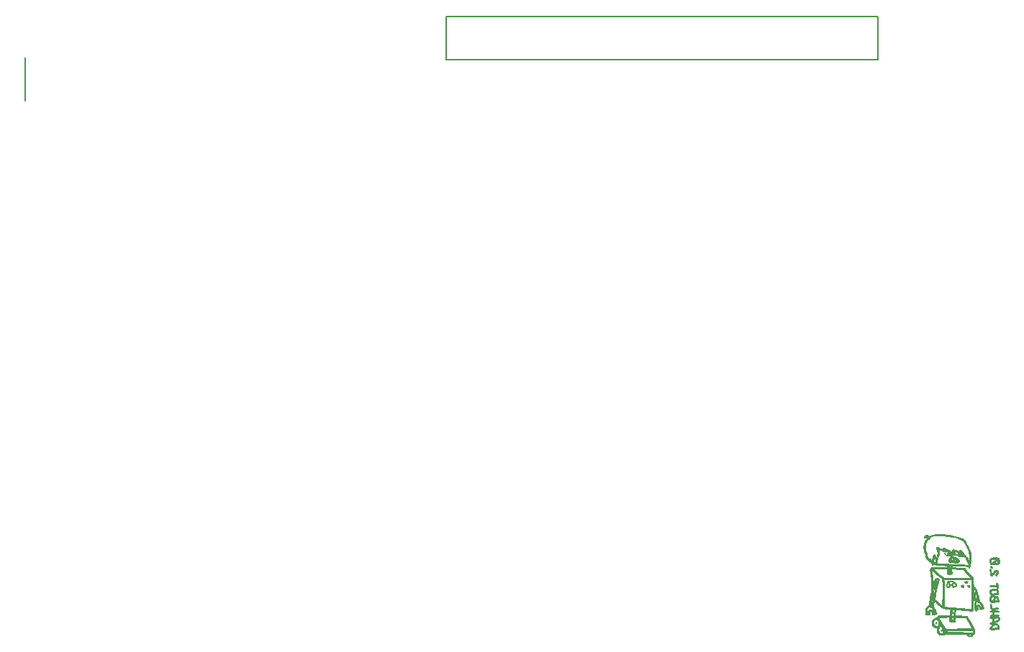
<source format=gbr>
G04 #@! TF.GenerationSoftware,KiCad,Pcbnew,(5.0.0)*
G04 #@! TF.CreationDate,2019-09-27T20:42:56-05:00*
G04 #@! TF.ProjectId,RaspberryPiBreakout_Hardware,5261737062657272795069427265616B,rev?*
G04 #@! TF.SameCoordinates,Original*
G04 #@! TF.FileFunction,Legend,Bot*
G04 #@! TF.FilePolarity,Positive*
%FSLAX46Y46*%
G04 Gerber Fmt 4.6, Leading zero omitted, Abs format (unit mm)*
G04 Created by KiCad (PCBNEW (5.0.0)) date 09/27/19 20:42:56*
%MOMM*%
%LPD*%
G01*
G04 APERTURE LIST*
%ADD10C,0.150000*%
%ADD11C,0.010000*%
G04 APERTURE END LIST*
D10*
G04 #@! TO.C,U2*
X72390000Y-80010000D02*
X72390000Y-85090000D01*
X121920000Y-80264000D02*
X172720000Y-80264000D01*
X121920000Y-75184000D02*
X121920000Y-80264000D01*
X172720000Y-75184000D02*
X121920000Y-75184000D01*
X172720000Y-80264000D02*
X172720000Y-75184000D01*
D11*
G04 #@! TO.C,G\002A\002A\002A*
G36*
X181047537Y-138454521D02*
X181046120Y-138463867D01*
X181072486Y-138503577D01*
X181082527Y-138508176D01*
X181113407Y-138491828D01*
X181118933Y-138463867D01*
X181101749Y-138421717D01*
X181082527Y-138419558D01*
X181047537Y-138454521D01*
X181047537Y-138454521D01*
G37*
X181047537Y-138454521D02*
X181046120Y-138463867D01*
X181072486Y-138503577D01*
X181082527Y-138508176D01*
X181113407Y-138491828D01*
X181118933Y-138463867D01*
X181101749Y-138421717D01*
X181082527Y-138419558D01*
X181047537Y-138454521D01*
G36*
X181331577Y-138831106D02*
X181240491Y-138869018D01*
X181193658Y-138903448D01*
X181085079Y-139031838D01*
X181031410Y-139179350D01*
X181035019Y-139330898D01*
X181098275Y-139471395D01*
X181103405Y-139478334D01*
X181140850Y-139517264D01*
X181187325Y-139528179D01*
X181266388Y-139514034D01*
X181306023Y-139503734D01*
X181439790Y-139472887D01*
X181539597Y-139467453D01*
X181634975Y-139489243D01*
X181733301Y-139529923D01*
X181896115Y-139586876D01*
X182028001Y-139591373D01*
X182142007Y-139542474D01*
X182197644Y-139496506D01*
X182280519Y-139385302D01*
X182285971Y-139348848D01*
X182129065Y-139348848D01*
X182110734Y-139398643D01*
X182076578Y-139416073D01*
X182067439Y-139412281D01*
X182038784Y-139364375D01*
X182033333Y-139325468D01*
X182051693Y-139268885D01*
X182092410Y-139266665D01*
X182119002Y-139295222D01*
X182129065Y-139348848D01*
X182285971Y-139348848D01*
X182296926Y-139275605D01*
X182248129Y-139169197D01*
X182225761Y-139149090D01*
X181900682Y-139149090D01*
X181900485Y-139210918D01*
X181890855Y-139252263D01*
X181864327Y-139325241D01*
X181831767Y-139342586D01*
X181806633Y-139332595D01*
X181796449Y-139319000D01*
X181287513Y-139319000D01*
X181273966Y-139359184D01*
X181239847Y-139346977D01*
X181198591Y-139288564D01*
X181192103Y-139275073D01*
X181163027Y-139197010D01*
X181153553Y-139148073D01*
X181169005Y-139140817D01*
X181204497Y-139173424D01*
X181245582Y-139227461D01*
X181277815Y-139284494D01*
X181287513Y-139319000D01*
X181796449Y-139319000D01*
X181765706Y-139277963D01*
X181748593Y-139196130D01*
X181754857Y-139132733D01*
X181552778Y-139132733D01*
X181547932Y-139226135D01*
X181518275Y-139259808D01*
X181471700Y-139233339D01*
X181416098Y-139146314D01*
X181413072Y-139140051D01*
X181371293Y-139048143D01*
X181362735Y-139002961D01*
X181390916Y-138990361D01*
X181449133Y-138995017D01*
X181512010Y-139011599D01*
X181541635Y-139056076D01*
X181552778Y-139132733D01*
X181754857Y-139132733D01*
X181756323Y-139117907D01*
X181794348Y-139095938D01*
X181866681Y-139118180D01*
X181900682Y-139149090D01*
X182225761Y-139149090D01*
X182135390Y-139067858D01*
X181959974Y-138973370D01*
X181777639Y-138904650D01*
X181586746Y-138848894D01*
X181442527Y-138824388D01*
X181331577Y-138831106D01*
X181331577Y-138831106D01*
G37*
X181331577Y-138831106D02*
X181240491Y-138869018D01*
X181193658Y-138903448D01*
X181085079Y-139031838D01*
X181031410Y-139179350D01*
X181035019Y-139330898D01*
X181098275Y-139471395D01*
X181103405Y-139478334D01*
X181140850Y-139517264D01*
X181187325Y-139528179D01*
X181266388Y-139514034D01*
X181306023Y-139503734D01*
X181439790Y-139472887D01*
X181539597Y-139467453D01*
X181634975Y-139489243D01*
X181733301Y-139529923D01*
X181896115Y-139586876D01*
X182028001Y-139591373D01*
X182142007Y-139542474D01*
X182197644Y-139496506D01*
X182280519Y-139385302D01*
X182285971Y-139348848D01*
X182129065Y-139348848D01*
X182110734Y-139398643D01*
X182076578Y-139416073D01*
X182067439Y-139412281D01*
X182038784Y-139364375D01*
X182033333Y-139325468D01*
X182051693Y-139268885D01*
X182092410Y-139266665D01*
X182119002Y-139295222D01*
X182129065Y-139348848D01*
X182285971Y-139348848D01*
X182296926Y-139275605D01*
X182248129Y-139169197D01*
X182225761Y-139149090D01*
X181900682Y-139149090D01*
X181900485Y-139210918D01*
X181890855Y-139252263D01*
X181864327Y-139325241D01*
X181831767Y-139342586D01*
X181806633Y-139332595D01*
X181796449Y-139319000D01*
X181287513Y-139319000D01*
X181273966Y-139359184D01*
X181239847Y-139346977D01*
X181198591Y-139288564D01*
X181192103Y-139275073D01*
X181163027Y-139197010D01*
X181153553Y-139148073D01*
X181169005Y-139140817D01*
X181204497Y-139173424D01*
X181245582Y-139227461D01*
X181277815Y-139284494D01*
X181287513Y-139319000D01*
X181796449Y-139319000D01*
X181765706Y-139277963D01*
X181748593Y-139196130D01*
X181754857Y-139132733D01*
X181552778Y-139132733D01*
X181547932Y-139226135D01*
X181518275Y-139259808D01*
X181471700Y-139233339D01*
X181416098Y-139146314D01*
X181413072Y-139140051D01*
X181371293Y-139048143D01*
X181362735Y-139002961D01*
X181390916Y-138990361D01*
X181449133Y-138995017D01*
X181512010Y-139011599D01*
X181541635Y-139056076D01*
X181552778Y-139132733D01*
X181754857Y-139132733D01*
X181756323Y-139117907D01*
X181794348Y-139095938D01*
X181866681Y-139118180D01*
X181900682Y-139149090D01*
X182225761Y-139149090D01*
X182135390Y-139067858D01*
X181959974Y-138973370D01*
X181777639Y-138904650D01*
X181586746Y-138848894D01*
X181442527Y-138824388D01*
X181331577Y-138831106D01*
G36*
X182983332Y-141730268D02*
X182925419Y-141802425D01*
X182927444Y-141855566D01*
X182992019Y-141905732D01*
X183013785Y-141917397D01*
X183124353Y-141961702D01*
X183199316Y-141956446D01*
X183251018Y-141899907D01*
X183259265Y-141883149D01*
X183266798Y-141857873D01*
X183147499Y-141857873D01*
X183113564Y-141850767D01*
X183107139Y-141848356D01*
X183065668Y-141821527D01*
X183065370Y-141806274D01*
X183101196Y-141810073D01*
X183126098Y-141829398D01*
X183147499Y-141857873D01*
X183266798Y-141857873D01*
X183281022Y-141810154D01*
X183258730Y-141760055D01*
X183250073Y-141751317D01*
X183148717Y-141688127D01*
X183050226Y-141687672D01*
X182983332Y-141730268D01*
X182983332Y-141730268D01*
G37*
X182983332Y-141730268D02*
X182925419Y-141802425D01*
X182927444Y-141855566D01*
X182992019Y-141905732D01*
X183013785Y-141917397D01*
X183124353Y-141961702D01*
X183199316Y-141956446D01*
X183251018Y-141899907D01*
X183259265Y-141883149D01*
X183266798Y-141857873D01*
X183147499Y-141857873D01*
X183113564Y-141850767D01*
X183107139Y-141848356D01*
X183065668Y-141821527D01*
X183065370Y-141806274D01*
X183101196Y-141810073D01*
X183126098Y-141829398D01*
X183147499Y-141857873D01*
X183266798Y-141857873D01*
X183281022Y-141810154D01*
X183258730Y-141760055D01*
X183250073Y-141751317D01*
X183148717Y-141688127D01*
X183050226Y-141687672D01*
X182983332Y-141730268D01*
G36*
X181064241Y-141660643D02*
X180957126Y-141705265D01*
X180882857Y-141791479D01*
X180832795Y-141928423D01*
X180804374Y-142080636D01*
X180786516Y-142241502D01*
X180792227Y-142347087D01*
X180827504Y-142407522D01*
X180898344Y-142432940D01*
X181010744Y-142433473D01*
X181013114Y-142433322D01*
X181109175Y-142423739D01*
X181157760Y-142401498D01*
X181179093Y-142351830D01*
X181186667Y-142306586D01*
X181216099Y-142214626D01*
X181222051Y-142209891D01*
X181085067Y-142209891D01*
X181067935Y-142290791D01*
X181007998Y-142330185D01*
X180941133Y-142338926D01*
X180907351Y-142330266D01*
X180889292Y-142290557D01*
X180882469Y-142205043D01*
X180881867Y-142144045D01*
X180885391Y-142033872D01*
X180894509Y-141953023D01*
X180903990Y-141924366D01*
X180937181Y-141930121D01*
X180983713Y-141980107D01*
X181031756Y-142055671D01*
X181069482Y-142138161D01*
X181085062Y-142208925D01*
X181085067Y-142209891D01*
X181222051Y-142209891D01*
X181260858Y-142179021D01*
X181337793Y-142190275D01*
X181418728Y-142236919D01*
X181477504Y-142300296D01*
X181491467Y-142343496D01*
X181498900Y-142394071D01*
X181529873Y-142416063D01*
X181597398Y-142411358D01*
X181714485Y-142381841D01*
X181728533Y-142377851D01*
X181864398Y-142336479D01*
X181945883Y-142300664D01*
X181984419Y-142259927D01*
X181991432Y-142203789D01*
X181985126Y-142160750D01*
X181874028Y-142160750D01*
X181871446Y-142211506D01*
X181856994Y-142220886D01*
X181784517Y-142244262D01*
X181762400Y-142251577D01*
X181651307Y-142269123D01*
X181577837Y-142233114D01*
X181558989Y-142205740D01*
X181541640Y-142137682D01*
X181564126Y-142051721D01*
X181578590Y-142019473D01*
X181624948Y-141933871D01*
X181664341Y-141907768D01*
X181713358Y-141937157D01*
X181752264Y-141977534D01*
X181832791Y-142079252D01*
X181874028Y-142160750D01*
X181985126Y-142160750D01*
X181982776Y-142144718D01*
X181938376Y-142003270D01*
X181856908Y-141899821D01*
X181758816Y-141831522D01*
X181558142Y-141831522D01*
X181487592Y-141951094D01*
X181411448Y-142044640D01*
X181331183Y-142071649D01*
X181244655Y-142031990D01*
X181153628Y-141930969D01*
X181099613Y-141845213D01*
X181072516Y-141779198D01*
X181073163Y-141757729D01*
X181118417Y-141740391D01*
X181207021Y-141739923D01*
X181317285Y-141754272D01*
X181427522Y-141781386D01*
X181465538Y-141794863D01*
X181558142Y-141831522D01*
X181758816Y-141831522D01*
X181757611Y-141830683D01*
X181593287Y-141741021D01*
X181461725Y-141685459D01*
X181341877Y-141656957D01*
X181212836Y-141648477D01*
X181064241Y-141660643D01*
X181064241Y-141660643D01*
G37*
X181064241Y-141660643D02*
X180957126Y-141705265D01*
X180882857Y-141791479D01*
X180832795Y-141928423D01*
X180804374Y-142080636D01*
X180786516Y-142241502D01*
X180792227Y-142347087D01*
X180827504Y-142407522D01*
X180898344Y-142432940D01*
X181010744Y-142433473D01*
X181013114Y-142433322D01*
X181109175Y-142423739D01*
X181157760Y-142401498D01*
X181179093Y-142351830D01*
X181186667Y-142306586D01*
X181216099Y-142214626D01*
X181222051Y-142209891D01*
X181085067Y-142209891D01*
X181067935Y-142290791D01*
X181007998Y-142330185D01*
X180941133Y-142338926D01*
X180907351Y-142330266D01*
X180889292Y-142290557D01*
X180882469Y-142205043D01*
X180881867Y-142144045D01*
X180885391Y-142033872D01*
X180894509Y-141953023D01*
X180903990Y-141924366D01*
X180937181Y-141930121D01*
X180983713Y-141980107D01*
X181031756Y-142055671D01*
X181069482Y-142138161D01*
X181085062Y-142208925D01*
X181085067Y-142209891D01*
X181222051Y-142209891D01*
X181260858Y-142179021D01*
X181337793Y-142190275D01*
X181418728Y-142236919D01*
X181477504Y-142300296D01*
X181491467Y-142343496D01*
X181498900Y-142394071D01*
X181529873Y-142416063D01*
X181597398Y-142411358D01*
X181714485Y-142381841D01*
X181728533Y-142377851D01*
X181864398Y-142336479D01*
X181945883Y-142300664D01*
X181984419Y-142259927D01*
X181991432Y-142203789D01*
X181985126Y-142160750D01*
X181874028Y-142160750D01*
X181871446Y-142211506D01*
X181856994Y-142220886D01*
X181784517Y-142244262D01*
X181762400Y-142251577D01*
X181651307Y-142269123D01*
X181577837Y-142233114D01*
X181558989Y-142205740D01*
X181541640Y-142137682D01*
X181564126Y-142051721D01*
X181578590Y-142019473D01*
X181624948Y-141933871D01*
X181664341Y-141907768D01*
X181713358Y-141937157D01*
X181752264Y-141977534D01*
X181832791Y-142079252D01*
X181874028Y-142160750D01*
X181985126Y-142160750D01*
X181982776Y-142144718D01*
X181938376Y-142003270D01*
X181856908Y-141899821D01*
X181758816Y-141831522D01*
X181558142Y-141831522D01*
X181487592Y-141951094D01*
X181411448Y-142044640D01*
X181331183Y-142071649D01*
X181244655Y-142031990D01*
X181153628Y-141930969D01*
X181099613Y-141845213D01*
X181072516Y-141779198D01*
X181073163Y-141757729D01*
X181118417Y-141740391D01*
X181207021Y-141739923D01*
X181317285Y-141754272D01*
X181427522Y-141781386D01*
X181465538Y-141794863D01*
X181558142Y-141831522D01*
X181758816Y-141831522D01*
X181757611Y-141830683D01*
X181593287Y-141741021D01*
X181461725Y-141685459D01*
X181341877Y-141656957D01*
X181212836Y-141648477D01*
X181064241Y-141660643D01*
G36*
X183262970Y-142187199D02*
X183224280Y-142246176D01*
X183231279Y-142319018D01*
X183293935Y-142390480D01*
X183397228Y-142438199D01*
X183479419Y-142424453D01*
X183524883Y-142372820D01*
X183534279Y-142334670D01*
X183438011Y-142334670D01*
X183398366Y-142328640D01*
X183339194Y-142289723D01*
X183294092Y-142252558D01*
X183304836Y-142240912D01*
X183344037Y-142240000D01*
X183409920Y-142261545D01*
X183434114Y-142290800D01*
X183438011Y-142334670D01*
X183534279Y-142334670D01*
X183547602Y-142280576D01*
X183505971Y-142209364D01*
X183437450Y-142171754D01*
X183337358Y-142157315D01*
X183262970Y-142187199D01*
X183262970Y-142187199D01*
G37*
X183262970Y-142187199D02*
X183224280Y-142246176D01*
X183231279Y-142319018D01*
X183293935Y-142390480D01*
X183397228Y-142438199D01*
X183479419Y-142424453D01*
X183524883Y-142372820D01*
X183534279Y-142334670D01*
X183438011Y-142334670D01*
X183398366Y-142328640D01*
X183339194Y-142289723D01*
X183294092Y-142252558D01*
X183304836Y-142240912D01*
X183344037Y-142240000D01*
X183409920Y-142261545D01*
X183434114Y-142290800D01*
X183438011Y-142334670D01*
X183534279Y-142334670D01*
X183547602Y-142280576D01*
X183505971Y-142209364D01*
X183437450Y-142171754D01*
X183337358Y-142157315D01*
X183262970Y-142187199D01*
G36*
X182573449Y-142163090D02*
X182516627Y-142232604D01*
X182507985Y-142289107D01*
X182527844Y-142382440D01*
X182594232Y-142437258D01*
X182649382Y-142455058D01*
X182729869Y-142458031D01*
X182788341Y-142408870D01*
X182793316Y-142401937D01*
X182840597Y-142296069D01*
X182840203Y-142293082D01*
X182744533Y-142293082D01*
X182721983Y-142334827D01*
X182669803Y-142334719D01*
X182611202Y-142293288D01*
X182608387Y-142289982D01*
X182581537Y-142239568D01*
X182584755Y-142219156D01*
X182633259Y-142210414D01*
X182696071Y-142234363D01*
X182739832Y-142275570D01*
X182744533Y-142293082D01*
X182840203Y-142293082D01*
X182829156Y-142209539D01*
X182763962Y-142153589D01*
X182676800Y-142138400D01*
X182573449Y-142163090D01*
X182573449Y-142163090D01*
G37*
X182573449Y-142163090D02*
X182516627Y-142232604D01*
X182507985Y-142289107D01*
X182527844Y-142382440D01*
X182594232Y-142437258D01*
X182649382Y-142455058D01*
X182729869Y-142458031D01*
X182788341Y-142408870D01*
X182793316Y-142401937D01*
X182840597Y-142296069D01*
X182840203Y-142293082D01*
X182744533Y-142293082D01*
X182721983Y-142334827D01*
X182669803Y-142334719D01*
X182611202Y-142293288D01*
X182608387Y-142289982D01*
X182581537Y-142239568D01*
X182584755Y-142219156D01*
X182633259Y-142210414D01*
X182696071Y-142234363D01*
X182739832Y-142275570D01*
X182744533Y-142293082D01*
X182840203Y-142293082D01*
X182829156Y-142209539D01*
X182763962Y-142153589D01*
X182676800Y-142138400D01*
X182573449Y-142163090D01*
G36*
X179516762Y-146568658D02*
X179473423Y-146631306D01*
X179471548Y-146693036D01*
X179510606Y-146740472D01*
X179566882Y-146722609D01*
X179588160Y-146703627D01*
X179622548Y-146642581D01*
X179624405Y-146579836D01*
X179594752Y-146542996D01*
X179582147Y-146541067D01*
X179516762Y-146568658D01*
X179516762Y-146568658D01*
G37*
X179516762Y-146568658D02*
X179473423Y-146631306D01*
X179471548Y-146693036D01*
X179510606Y-146740472D01*
X179566882Y-146722609D01*
X179588160Y-146703627D01*
X179622548Y-146642581D01*
X179624405Y-146579836D01*
X179594752Y-146542996D01*
X179582147Y-146541067D01*
X179516762Y-146568658D01*
G36*
X180205968Y-147404211D02*
X180148629Y-147447378D01*
X180143292Y-147498056D01*
X180171794Y-147567054D01*
X180223912Y-147574068D01*
X180289178Y-147523224D01*
X180325764Y-147453822D01*
X180305248Y-147406774D01*
X180237814Y-147396645D01*
X180205968Y-147404211D01*
X180205968Y-147404211D01*
G37*
X180205968Y-147404211D02*
X180148629Y-147447378D01*
X180143292Y-147498056D01*
X180171794Y-147567054D01*
X180223912Y-147574068D01*
X180289178Y-147523224D01*
X180325764Y-147453822D01*
X180305248Y-147406774D01*
X180237814Y-147396645D01*
X180205968Y-147404211D01*
G36*
X186364878Y-138920229D02*
X186217035Y-138935805D01*
X186102263Y-138961873D01*
X186083277Y-138969074D01*
X185960729Y-139036558D01*
X185890994Y-139121139D01*
X185865109Y-139239043D01*
X185868917Y-139357277D01*
X185886935Y-139485401D01*
X185913822Y-139600536D01*
X185933287Y-139654158D01*
X185959731Y-139702304D01*
X185993110Y-139731392D01*
X186049733Y-139746654D01*
X186145909Y-139753319D01*
X186250084Y-139755755D01*
X186418017Y-139752859D01*
X186595627Y-139740478D01*
X186740800Y-139721847D01*
X186859270Y-139699109D01*
X186929358Y-139675244D01*
X186969492Y-139637960D01*
X186998098Y-139574971D01*
X187009456Y-139542670D01*
X187035386Y-139401411D01*
X187029498Y-139291831D01*
X186837631Y-139291831D01*
X186835931Y-139349379D01*
X186826844Y-139448388D01*
X186804323Y-139501781D01*
X186750808Y-139531549D01*
X186673067Y-139553341D01*
X186524693Y-139588713D01*
X186438145Y-139598957D01*
X186411091Y-139580661D01*
X186441199Y-139530413D01*
X186526137Y-139444798D01*
X186570781Y-139403667D01*
X186671744Y-139313594D01*
X186755079Y-139242511D01*
X186807184Y-139201903D01*
X186815617Y-139196979D01*
X186831346Y-139219960D01*
X186837631Y-139291831D01*
X187029498Y-139291831D01*
X187027221Y-139249471D01*
X186989542Y-139108529D01*
X186981667Y-139094910D01*
X186613684Y-139094910D01*
X186516375Y-139198550D01*
X186434771Y-139278050D01*
X186327361Y-139373350D01*
X186251258Y-139436445D01*
X186159277Y-139507484D01*
X186105242Y-139539272D01*
X186075808Y-139536799D01*
X186058905Y-139508350D01*
X186040378Y-139429534D01*
X186031980Y-139338353D01*
X186050189Y-139240514D01*
X186098805Y-139158628D01*
X186159019Y-139119825D01*
X186202501Y-139116023D01*
X186293083Y-139110515D01*
X186397842Y-139105146D01*
X186613684Y-139094910D01*
X186981667Y-139094910D01*
X186926933Y-139000262D01*
X186887350Y-138964920D01*
X186807029Y-138937492D01*
X186679856Y-138920969D01*
X186525812Y-138915250D01*
X186364878Y-138920229D01*
X186364878Y-138920229D01*
G37*
X186364878Y-138920229D02*
X186217035Y-138935805D01*
X186102263Y-138961873D01*
X186083277Y-138969074D01*
X185960729Y-139036558D01*
X185890994Y-139121139D01*
X185865109Y-139239043D01*
X185868917Y-139357277D01*
X185886935Y-139485401D01*
X185913822Y-139600536D01*
X185933287Y-139654158D01*
X185959731Y-139702304D01*
X185993110Y-139731392D01*
X186049733Y-139746654D01*
X186145909Y-139753319D01*
X186250084Y-139755755D01*
X186418017Y-139752859D01*
X186595627Y-139740478D01*
X186740800Y-139721847D01*
X186859270Y-139699109D01*
X186929358Y-139675244D01*
X186969492Y-139637960D01*
X186998098Y-139574971D01*
X187009456Y-139542670D01*
X187035386Y-139401411D01*
X187029498Y-139291831D01*
X186837631Y-139291831D01*
X186835931Y-139349379D01*
X186826844Y-139448388D01*
X186804323Y-139501781D01*
X186750808Y-139531549D01*
X186673067Y-139553341D01*
X186524693Y-139588713D01*
X186438145Y-139598957D01*
X186411091Y-139580661D01*
X186441199Y-139530413D01*
X186526137Y-139444798D01*
X186570781Y-139403667D01*
X186671744Y-139313594D01*
X186755079Y-139242511D01*
X186807184Y-139201903D01*
X186815617Y-139196979D01*
X186831346Y-139219960D01*
X186837631Y-139291831D01*
X187029498Y-139291831D01*
X187027221Y-139249471D01*
X186989542Y-139108529D01*
X186981667Y-139094910D01*
X186613684Y-139094910D01*
X186516375Y-139198550D01*
X186434771Y-139278050D01*
X186327361Y-139373350D01*
X186251258Y-139436445D01*
X186159277Y-139507484D01*
X186105242Y-139539272D01*
X186075808Y-139536799D01*
X186058905Y-139508350D01*
X186040378Y-139429534D01*
X186031980Y-139338353D01*
X186050189Y-139240514D01*
X186098805Y-139158628D01*
X186159019Y-139119825D01*
X186202501Y-139116023D01*
X186293083Y-139110515D01*
X186397842Y-139105146D01*
X186613684Y-139094910D01*
X186981667Y-139094910D01*
X186926933Y-139000262D01*
X186887350Y-138964920D01*
X186807029Y-138937492D01*
X186679856Y-138920969D01*
X186525812Y-138915250D01*
X186364878Y-138920229D01*
G36*
X186007030Y-139961017D02*
X185973150Y-140024015D01*
X185980314Y-140111171D01*
X186024981Y-140159625D01*
X186096431Y-140173463D01*
X186163088Y-140151536D01*
X186188453Y-140118730D01*
X186188116Y-140038195D01*
X186137657Y-139970989D01*
X186072785Y-139943743D01*
X186007030Y-139961017D01*
X186007030Y-139961017D01*
G37*
X186007030Y-139961017D02*
X185973150Y-140024015D01*
X185980314Y-140111171D01*
X186024981Y-140159625D01*
X186096431Y-140173463D01*
X186163088Y-140151536D01*
X186188453Y-140118730D01*
X186188116Y-140038195D01*
X186137657Y-139970989D01*
X186072785Y-139943743D01*
X186007030Y-139961017D01*
G36*
X185911174Y-140263445D02*
X185881406Y-140295394D01*
X185874372Y-140368824D01*
X185880083Y-140439806D01*
X185909548Y-140664308D01*
X185942629Y-140849066D01*
X185977416Y-140985391D01*
X186012002Y-141064593D01*
X186019250Y-141073345D01*
X186067685Y-141112291D01*
X186116236Y-141112917D01*
X186182000Y-141084409D01*
X186236353Y-141037666D01*
X186304462Y-140952753D01*
X186350393Y-140882626D01*
X186449431Y-140735183D01*
X186544495Y-140627033D01*
X186627601Y-140565852D01*
X186687978Y-140558138D01*
X186734569Y-140605879D01*
X186726967Y-140690215D01*
X186665724Y-140807854D01*
X186639821Y-140845235D01*
X186580771Y-140942814D01*
X186557090Y-141018258D01*
X186559465Y-141038373D01*
X186602666Y-141081597D01*
X186670144Y-141071582D01*
X186750866Y-141012895D01*
X186819913Y-140930640D01*
X186880907Y-140831544D01*
X186903180Y-140752329D01*
X186896637Y-140671609D01*
X186847943Y-140530270D01*
X186767963Y-140429162D01*
X186667200Y-140380124D01*
X186635550Y-140377334D01*
X186530766Y-140394271D01*
X186433535Y-140450857D01*
X186332370Y-140555757D01*
X186248395Y-140669328D01*
X186174808Y-140768046D01*
X186123960Y-140811552D01*
X186091717Y-140796935D01*
X186073948Y-140721279D01*
X186066521Y-140581673D01*
X186065847Y-140540619D01*
X186050905Y-140395279D01*
X186012709Y-140298848D01*
X185954981Y-140257996D01*
X185911174Y-140263445D01*
X185911174Y-140263445D01*
G37*
X185911174Y-140263445D02*
X185881406Y-140295394D01*
X185874372Y-140368824D01*
X185880083Y-140439806D01*
X185909548Y-140664308D01*
X185942629Y-140849066D01*
X185977416Y-140985391D01*
X186012002Y-141064593D01*
X186019250Y-141073345D01*
X186067685Y-141112291D01*
X186116236Y-141112917D01*
X186182000Y-141084409D01*
X186236353Y-141037666D01*
X186304462Y-140952753D01*
X186350393Y-140882626D01*
X186449431Y-140735183D01*
X186544495Y-140627033D01*
X186627601Y-140565852D01*
X186687978Y-140558138D01*
X186734569Y-140605879D01*
X186726967Y-140690215D01*
X186665724Y-140807854D01*
X186639821Y-140845235D01*
X186580771Y-140942814D01*
X186557090Y-141018258D01*
X186559465Y-141038373D01*
X186602666Y-141081597D01*
X186670144Y-141071582D01*
X186750866Y-141012895D01*
X186819913Y-140930640D01*
X186880907Y-140831544D01*
X186903180Y-140752329D01*
X186896637Y-140671609D01*
X186847943Y-140530270D01*
X186767963Y-140429162D01*
X186667200Y-140380124D01*
X186635550Y-140377334D01*
X186530766Y-140394271D01*
X186433535Y-140450857D01*
X186332370Y-140555757D01*
X186248395Y-140669328D01*
X186174808Y-140768046D01*
X186123960Y-140811552D01*
X186091717Y-140796935D01*
X186073948Y-140721279D01*
X186066521Y-140581673D01*
X186065847Y-140540619D01*
X186050905Y-140395279D01*
X186012709Y-140298848D01*
X185954981Y-140257996D01*
X185911174Y-140263445D01*
G36*
X186686097Y-141915078D02*
X186648782Y-141949794D01*
X186645198Y-142023392D01*
X186648919Y-142049705D01*
X186667306Y-142163010D01*
X186441586Y-142184331D01*
X186292895Y-142195933D01*
X186143023Y-142203777D01*
X186052644Y-142205893D01*
X185954962Y-142208929D01*
X185908723Y-142223081D01*
X185897705Y-142256488D01*
X185900244Y-142282334D01*
X185907714Y-142315259D01*
X185926931Y-142336697D01*
X185969882Y-142348745D01*
X186048553Y-142353501D01*
X186174931Y-142353064D01*
X186292066Y-142350914D01*
X186458176Y-142348572D01*
X186567984Y-142350480D01*
X186632867Y-142358153D01*
X186664200Y-142373105D01*
X186673360Y-142396851D01*
X186673529Y-142401714D01*
X186682745Y-142483939D01*
X186692904Y-142530566D01*
X186697084Y-142561085D01*
X186683230Y-142583262D01*
X186640586Y-142600390D01*
X186558392Y-142615761D01*
X186425889Y-142632668D01*
X186320130Y-142644656D01*
X185928444Y-142688312D01*
X185894425Y-142814651D01*
X185879332Y-142936428D01*
X185887281Y-143076427D01*
X185914513Y-143207115D01*
X185957267Y-143300959D01*
X185961575Y-143306449D01*
X186028773Y-143340226D01*
X186150074Y-143352931D01*
X186315109Y-143344247D01*
X186469867Y-143322005D01*
X186603999Y-143303740D01*
X186741487Y-143293117D01*
X186766200Y-143292377D01*
X186910133Y-143289867D01*
X186909925Y-143078200D01*
X186904452Y-142992888D01*
X186740281Y-142992888D01*
X186739530Y-143049238D01*
X186730414Y-143090295D01*
X186703436Y-143119112D01*
X186649103Y-143138738D01*
X186557918Y-143152223D01*
X186420388Y-143162619D01*
X186227016Y-143172974D01*
X186170878Y-143175811D01*
X186091231Y-143150175D01*
X186056513Y-143101864D01*
X186035072Y-142998385D01*
X186058198Y-142905344D01*
X186118789Y-142845350D01*
X186139372Y-142838062D01*
X186211854Y-142824908D01*
X186326128Y-142809222D01*
X186447831Y-142795428D01*
X186588198Y-142785765D01*
X186674820Y-142797435D01*
X186720484Y-142839072D01*
X186737974Y-142919309D01*
X186740281Y-142992888D01*
X186904452Y-142992888D01*
X186900854Y-142936813D01*
X186877143Y-142816799D01*
X186858765Y-142768836D01*
X186830926Y-142690695D01*
X186833210Y-142635097D01*
X186834310Y-142633370D01*
X186852715Y-142572314D01*
X186854875Y-142510933D01*
X186850587Y-142433312D01*
X186845309Y-142315183D01*
X186840762Y-142197739D01*
X186825842Y-142040003D01*
X186793276Y-141944324D01*
X186740948Y-141906830D01*
X186686097Y-141915078D01*
X186686097Y-141915078D01*
G37*
X186686097Y-141915078D02*
X186648782Y-141949794D01*
X186645198Y-142023392D01*
X186648919Y-142049705D01*
X186667306Y-142163010D01*
X186441586Y-142184331D01*
X186292895Y-142195933D01*
X186143023Y-142203777D01*
X186052644Y-142205893D01*
X185954962Y-142208929D01*
X185908723Y-142223081D01*
X185897705Y-142256488D01*
X185900244Y-142282334D01*
X185907714Y-142315259D01*
X185926931Y-142336697D01*
X185969882Y-142348745D01*
X186048553Y-142353501D01*
X186174931Y-142353064D01*
X186292066Y-142350914D01*
X186458176Y-142348572D01*
X186567984Y-142350480D01*
X186632867Y-142358153D01*
X186664200Y-142373105D01*
X186673360Y-142396851D01*
X186673529Y-142401714D01*
X186682745Y-142483939D01*
X186692904Y-142530566D01*
X186697084Y-142561085D01*
X186683230Y-142583262D01*
X186640586Y-142600390D01*
X186558392Y-142615761D01*
X186425889Y-142632668D01*
X186320130Y-142644656D01*
X185928444Y-142688312D01*
X185894425Y-142814651D01*
X185879332Y-142936428D01*
X185887281Y-143076427D01*
X185914513Y-143207115D01*
X185957267Y-143300959D01*
X185961575Y-143306449D01*
X186028773Y-143340226D01*
X186150074Y-143352931D01*
X186315109Y-143344247D01*
X186469867Y-143322005D01*
X186603999Y-143303740D01*
X186741487Y-143293117D01*
X186766200Y-143292377D01*
X186910133Y-143289867D01*
X186909925Y-143078200D01*
X186904452Y-142992888D01*
X186740281Y-142992888D01*
X186739530Y-143049238D01*
X186730414Y-143090295D01*
X186703436Y-143119112D01*
X186649103Y-143138738D01*
X186557918Y-143152223D01*
X186420388Y-143162619D01*
X186227016Y-143172974D01*
X186170878Y-143175811D01*
X186091231Y-143150175D01*
X186056513Y-143101864D01*
X186035072Y-142998385D01*
X186058198Y-142905344D01*
X186118789Y-142845350D01*
X186139372Y-142838062D01*
X186211854Y-142824908D01*
X186326128Y-142809222D01*
X186447831Y-142795428D01*
X186588198Y-142785765D01*
X186674820Y-142797435D01*
X186720484Y-142839072D01*
X186737974Y-142919309D01*
X186740281Y-142992888D01*
X186904452Y-142992888D01*
X186900854Y-142936813D01*
X186877143Y-142816799D01*
X186858765Y-142768836D01*
X186830926Y-142690695D01*
X186833210Y-142635097D01*
X186834310Y-142633370D01*
X186852715Y-142572314D01*
X186854875Y-142510933D01*
X186850587Y-142433312D01*
X186845309Y-142315183D01*
X186840762Y-142197739D01*
X186825842Y-142040003D01*
X186793276Y-141944324D01*
X186740948Y-141906830D01*
X186686097Y-141915078D01*
G36*
X186063377Y-143421978D02*
X185967447Y-143450336D01*
X185926507Y-143477932D01*
X185907844Y-143534947D01*
X185896215Y-143638905D01*
X185891596Y-143769387D01*
X185893961Y-143905972D01*
X185903288Y-144028240D01*
X185919550Y-144115770D01*
X185927297Y-144135220D01*
X185967527Y-144179651D01*
X186037663Y-144195911D01*
X186106581Y-144195033D01*
X186202773Y-144190764D01*
X186343865Y-144185605D01*
X186507042Y-144180359D01*
X186601404Y-144177632D01*
X186953075Y-144167930D01*
X186936609Y-143962791D01*
X186766260Y-143962791D01*
X186735960Y-143992753D01*
X186665527Y-144000761D01*
X186620732Y-144001067D01*
X186466797Y-144001067D01*
X186489723Y-143874067D01*
X186524621Y-143734840D01*
X186552458Y-143686534D01*
X186342467Y-143686534D01*
X186316347Y-143824083D01*
X186296470Y-143891000D01*
X186262517Y-143967206D01*
X186209664Y-143996953D01*
X186145507Y-144001067D01*
X186029600Y-144001067D01*
X186029600Y-143813962D01*
X186032595Y-143704859D01*
X186047033Y-143643462D01*
X186081098Y-143609822D01*
X186120513Y-143592292D01*
X186213434Y-143569647D01*
X186281380Y-143567730D01*
X186330850Y-143601911D01*
X186342467Y-143686534D01*
X186552458Y-143686534D01*
X186570321Y-143655538D01*
X186631308Y-143628647D01*
X186636371Y-143628533D01*
X186683768Y-143650120D01*
X186720557Y-143722495D01*
X186736779Y-143778997D01*
X186764007Y-143896373D01*
X186766260Y-143962791D01*
X186936609Y-143962791D01*
X186935610Y-143950353D01*
X186915249Y-143811114D01*
X186880868Y-143678332D01*
X186851220Y-143604455D01*
X186805742Y-143527049D01*
X186758502Y-143489023D01*
X186683900Y-143476066D01*
X186618614Y-143474405D01*
X186503327Y-143464875D01*
X186405254Y-143442838D01*
X186376771Y-143430900D01*
X186294333Y-143409513D01*
X186181103Y-143407455D01*
X186063377Y-143421978D01*
X186063377Y-143421978D01*
G37*
X186063377Y-143421978D02*
X185967447Y-143450336D01*
X185926507Y-143477932D01*
X185907844Y-143534947D01*
X185896215Y-143638905D01*
X185891596Y-143769387D01*
X185893961Y-143905972D01*
X185903288Y-144028240D01*
X185919550Y-144115770D01*
X185927297Y-144135220D01*
X185967527Y-144179651D01*
X186037663Y-144195911D01*
X186106581Y-144195033D01*
X186202773Y-144190764D01*
X186343865Y-144185605D01*
X186507042Y-144180359D01*
X186601404Y-144177632D01*
X186953075Y-144167930D01*
X186936609Y-143962791D01*
X186766260Y-143962791D01*
X186735960Y-143992753D01*
X186665527Y-144000761D01*
X186620732Y-144001067D01*
X186466797Y-144001067D01*
X186489723Y-143874067D01*
X186524621Y-143734840D01*
X186552458Y-143686534D01*
X186342467Y-143686534D01*
X186316347Y-143824083D01*
X186296470Y-143891000D01*
X186262517Y-143967206D01*
X186209664Y-143996953D01*
X186145507Y-144001067D01*
X186029600Y-144001067D01*
X186029600Y-143813962D01*
X186032595Y-143704859D01*
X186047033Y-143643462D01*
X186081098Y-143609822D01*
X186120513Y-143592292D01*
X186213434Y-143569647D01*
X186281380Y-143567730D01*
X186330850Y-143601911D01*
X186342467Y-143686534D01*
X186552458Y-143686534D01*
X186570321Y-143655538D01*
X186631308Y-143628647D01*
X186636371Y-143628533D01*
X186683768Y-143650120D01*
X186720557Y-143722495D01*
X186736779Y-143778997D01*
X186764007Y-143896373D01*
X186766260Y-143962791D01*
X186936609Y-143962791D01*
X186935610Y-143950353D01*
X186915249Y-143811114D01*
X186880868Y-143678332D01*
X186851220Y-143604455D01*
X186805742Y-143527049D01*
X186758502Y-143489023D01*
X186683900Y-143476066D01*
X186618614Y-143474405D01*
X186503327Y-143464875D01*
X186405254Y-143442838D01*
X186376771Y-143430900D01*
X186294333Y-143409513D01*
X186181103Y-143407455D01*
X186063377Y-143421978D01*
G36*
X185927095Y-144439054D02*
X185914453Y-144466734D01*
X185917112Y-144521909D01*
X185920461Y-144620459D01*
X185922920Y-144708515D01*
X185944394Y-144877692D01*
X186001759Y-144990958D01*
X186099585Y-145051911D01*
X186242439Y-145064148D01*
X186355195Y-145048932D01*
X186471252Y-145030899D01*
X186613736Y-145014403D01*
X186692246Y-145007534D01*
X186823983Y-144988002D01*
X186896681Y-144954732D01*
X186907404Y-144910118D01*
X186866360Y-144865617D01*
X186796765Y-144844531D01*
X186670919Y-144844413D01*
X186582300Y-144852458D01*
X186441609Y-144866227D01*
X186308174Y-144876205D01*
X186224333Y-144879861D01*
X186097333Y-144881600D01*
X186096871Y-144720734D01*
X186090149Y-144564267D01*
X186069097Y-144466630D01*
X186030762Y-144419881D01*
X185982852Y-144414157D01*
X185927095Y-144439054D01*
X185927095Y-144439054D01*
G37*
X185927095Y-144439054D02*
X185914453Y-144466734D01*
X185917112Y-144521909D01*
X185920461Y-144620459D01*
X185922920Y-144708515D01*
X185944394Y-144877692D01*
X186001759Y-144990958D01*
X186099585Y-145051911D01*
X186242439Y-145064148D01*
X186355195Y-145048932D01*
X186471252Y-145030899D01*
X186613736Y-145014403D01*
X186692246Y-145007534D01*
X186823983Y-144988002D01*
X186896681Y-144954732D01*
X186907404Y-144910118D01*
X186866360Y-144865617D01*
X186796765Y-144844531D01*
X186670919Y-144844413D01*
X186582300Y-144852458D01*
X186441609Y-144866227D01*
X186308174Y-144876205D01*
X186224333Y-144879861D01*
X186097333Y-144881600D01*
X186096871Y-144720734D01*
X186090149Y-144564267D01*
X186069097Y-144466630D01*
X186030762Y-144419881D01*
X185982852Y-144414157D01*
X185927095Y-144439054D01*
G36*
X186198257Y-145187703D02*
X186052946Y-145192075D01*
X185959198Y-145200215D01*
X185908949Y-145212820D01*
X185894133Y-145230427D01*
X185924299Y-145303028D01*
X186009855Y-145345837D01*
X186104107Y-145355734D01*
X186232800Y-145355734D01*
X186232800Y-145525067D01*
X186227399Y-145632670D01*
X186200992Y-145687416D01*
X186138269Y-145703939D01*
X186050486Y-145699366D01*
X185965401Y-145713226D01*
X185920709Y-145762977D01*
X185929903Y-145833423D01*
X185944624Y-145859275D01*
X185963520Y-145876945D01*
X185996935Y-145886745D01*
X186055214Y-145888987D01*
X186148699Y-145883983D01*
X186287735Y-145872046D01*
X186482666Y-145853488D01*
X186509466Y-145850912D01*
X186666662Y-145834055D01*
X186798497Y-145816625D01*
X186890683Y-145800735D01*
X186928516Y-145788994D01*
X186938345Y-145741113D01*
X186930460Y-145707966D01*
X186910017Y-145678998D01*
X186867005Y-145664416D01*
X186786480Y-145662159D01*
X186655343Y-145670027D01*
X186402133Y-145689177D01*
X186402133Y-145363137D01*
X186653854Y-145350425D01*
X186801179Y-145340284D01*
X186891091Y-145325223D01*
X186933908Y-145301103D01*
X186939946Y-145263783D01*
X186932313Y-145238661D01*
X186914804Y-145218116D01*
X186874043Y-145203615D01*
X186800177Y-145194184D01*
X186683351Y-145188849D01*
X186513711Y-145186639D01*
X186403196Y-145186400D01*
X186198257Y-145187703D01*
X186198257Y-145187703D01*
G37*
X186198257Y-145187703D02*
X186052946Y-145192075D01*
X185959198Y-145200215D01*
X185908949Y-145212820D01*
X185894133Y-145230427D01*
X185924299Y-145303028D01*
X186009855Y-145345837D01*
X186104107Y-145355734D01*
X186232800Y-145355734D01*
X186232800Y-145525067D01*
X186227399Y-145632670D01*
X186200992Y-145687416D01*
X186138269Y-145703939D01*
X186050486Y-145699366D01*
X185965401Y-145713226D01*
X185920709Y-145762977D01*
X185929903Y-145833423D01*
X185944624Y-145859275D01*
X185963520Y-145876945D01*
X185996935Y-145886745D01*
X186055214Y-145888987D01*
X186148699Y-145883983D01*
X186287735Y-145872046D01*
X186482666Y-145853488D01*
X186509466Y-145850912D01*
X186666662Y-145834055D01*
X186798497Y-145816625D01*
X186890683Y-145800735D01*
X186928516Y-145788994D01*
X186938345Y-145741113D01*
X186930460Y-145707966D01*
X186910017Y-145678998D01*
X186867005Y-145664416D01*
X186786480Y-145662159D01*
X186655343Y-145670027D01*
X186402133Y-145689177D01*
X186402133Y-145363137D01*
X186653854Y-145350425D01*
X186801179Y-145340284D01*
X186891091Y-145325223D01*
X186933908Y-145301103D01*
X186939946Y-145263783D01*
X186932313Y-145238661D01*
X186914804Y-145218116D01*
X186874043Y-145203615D01*
X186800177Y-145194184D01*
X186683351Y-145188849D01*
X186513711Y-145186639D01*
X186403196Y-145186400D01*
X186198257Y-145187703D01*
G36*
X186484411Y-145894264D02*
X186328644Y-145903614D01*
X186177509Y-145916565D01*
X186047463Y-145931957D01*
X185954963Y-145948629D01*
X185918423Y-145962672D01*
X185898603Y-146014570D01*
X185931410Y-146063870D01*
X186002826Y-146095873D01*
X186050157Y-146100800D01*
X186131232Y-146109527D01*
X186162677Y-146141756D01*
X186165066Y-146163807D01*
X186169566Y-146235620D01*
X186180844Y-146340025D01*
X186185917Y-146378933D01*
X186206767Y-146531053D01*
X186050450Y-146570414D01*
X185940985Y-146611125D01*
X185895678Y-146660777D01*
X185916024Y-146717197D01*
X185936466Y-146736183D01*
X185999721Y-146750779D01*
X186117003Y-146733692D01*
X186161647Y-146722799D01*
X186264722Y-146699679D01*
X186338579Y-146689883D01*
X186362025Y-146692869D01*
X186353621Y-146709117D01*
X186340142Y-146710400D01*
X186278101Y-146736706D01*
X186194173Y-146805760D01*
X186102201Y-146902767D01*
X186016029Y-147012934D01*
X185949501Y-147121465D01*
X185942895Y-147134939D01*
X185888696Y-147266250D01*
X185878222Y-147350892D01*
X185916098Y-147397504D01*
X186006948Y-147414724D01*
X186092490Y-147414408D01*
X186209746Y-147410276D01*
X186369566Y-147405017D01*
X186546807Y-147399446D01*
X186651042Y-147396294D01*
X186812193Y-147390945D01*
X186916909Y-147384530D01*
X186976466Y-147374281D01*
X187002138Y-147357429D01*
X187005204Y-147331205D01*
X187001007Y-147310353D01*
X186984848Y-147236485D01*
X186980452Y-147215425D01*
X186815513Y-147215425D01*
X186549557Y-147227031D01*
X186408681Y-147233526D01*
X186283051Y-147239927D01*
X186197305Y-147244969D01*
X186190466Y-147245451D01*
X186123005Y-147243110D01*
X186097333Y-147228962D01*
X186118844Y-147176442D01*
X186172532Y-147097624D01*
X186242132Y-147013553D01*
X186311377Y-146945272D01*
X186325042Y-146934387D01*
X186414402Y-146889294D01*
X186528613Y-146857989D01*
X186555206Y-146854160D01*
X186652930Y-146851749D01*
X186716352Y-146879387D01*
X186757593Y-146949166D01*
X186788770Y-147073179D01*
X186792084Y-147090536D01*
X186815513Y-147215425D01*
X186980452Y-147215425D01*
X186961495Y-147124614D01*
X186943398Y-147035627D01*
X186895771Y-146868310D01*
X186826496Y-146758457D01*
X186725945Y-146696874D01*
X186584490Y-146674368D01*
X186564539Y-146673860D01*
X186475447Y-146669472D01*
X186431451Y-146660906D01*
X186436000Y-146652931D01*
X186538001Y-146609735D01*
X186663520Y-146547624D01*
X186791305Y-146478159D01*
X186900102Y-146412904D01*
X186968658Y-146363420D01*
X186969400Y-146362738D01*
X187032307Y-146264519D01*
X187045600Y-146167879D01*
X187036772Y-146124254D01*
X186898082Y-146124254D01*
X186883531Y-146179670D01*
X186870766Y-146202292D01*
X186819292Y-146252344D01*
X186726041Y-146315634D01*
X186612236Y-146380518D01*
X186499100Y-146435355D01*
X186407853Y-146468503D01*
X186376733Y-146473307D01*
X186349938Y-146444625D01*
X186336460Y-146355790D01*
X186334400Y-146274509D01*
X186334400Y-146075685D01*
X186576206Y-146051858D01*
X186713629Y-146041825D01*
X186800450Y-146045762D01*
X186852618Y-146065053D01*
X186867039Y-146077059D01*
X186898082Y-146124254D01*
X187036772Y-146124254D01*
X187020464Y-146043678D01*
X186941763Y-145955148D01*
X186814925Y-145899433D01*
X186744009Y-145891013D01*
X186628351Y-145889677D01*
X186484411Y-145894264D01*
X186484411Y-145894264D01*
G37*
X186484411Y-145894264D02*
X186328644Y-145903614D01*
X186177509Y-145916565D01*
X186047463Y-145931957D01*
X185954963Y-145948629D01*
X185918423Y-145962672D01*
X185898603Y-146014570D01*
X185931410Y-146063870D01*
X186002826Y-146095873D01*
X186050157Y-146100800D01*
X186131232Y-146109527D01*
X186162677Y-146141756D01*
X186165066Y-146163807D01*
X186169566Y-146235620D01*
X186180844Y-146340025D01*
X186185917Y-146378933D01*
X186206767Y-146531053D01*
X186050450Y-146570414D01*
X185940985Y-146611125D01*
X185895678Y-146660777D01*
X185916024Y-146717197D01*
X185936466Y-146736183D01*
X185999721Y-146750779D01*
X186117003Y-146733692D01*
X186161647Y-146722799D01*
X186264722Y-146699679D01*
X186338579Y-146689883D01*
X186362025Y-146692869D01*
X186353621Y-146709117D01*
X186340142Y-146710400D01*
X186278101Y-146736706D01*
X186194173Y-146805760D01*
X186102201Y-146902767D01*
X186016029Y-147012934D01*
X185949501Y-147121465D01*
X185942895Y-147134939D01*
X185888696Y-147266250D01*
X185878222Y-147350892D01*
X185916098Y-147397504D01*
X186006948Y-147414724D01*
X186092490Y-147414408D01*
X186209746Y-147410276D01*
X186369566Y-147405017D01*
X186546807Y-147399446D01*
X186651042Y-147396294D01*
X186812193Y-147390945D01*
X186916909Y-147384530D01*
X186976466Y-147374281D01*
X187002138Y-147357429D01*
X187005204Y-147331205D01*
X187001007Y-147310353D01*
X186984848Y-147236485D01*
X186980452Y-147215425D01*
X186815513Y-147215425D01*
X186549557Y-147227031D01*
X186408681Y-147233526D01*
X186283051Y-147239927D01*
X186197305Y-147244969D01*
X186190466Y-147245451D01*
X186123005Y-147243110D01*
X186097333Y-147228962D01*
X186118844Y-147176442D01*
X186172532Y-147097624D01*
X186242132Y-147013553D01*
X186311377Y-146945272D01*
X186325042Y-146934387D01*
X186414402Y-146889294D01*
X186528613Y-146857989D01*
X186555206Y-146854160D01*
X186652930Y-146851749D01*
X186716352Y-146879387D01*
X186757593Y-146949166D01*
X186788770Y-147073179D01*
X186792084Y-147090536D01*
X186815513Y-147215425D01*
X186980452Y-147215425D01*
X186961495Y-147124614D01*
X186943398Y-147035627D01*
X186895771Y-146868310D01*
X186826496Y-146758457D01*
X186725945Y-146696874D01*
X186584490Y-146674368D01*
X186564539Y-146673860D01*
X186475447Y-146669472D01*
X186431451Y-146660906D01*
X186436000Y-146652931D01*
X186538001Y-146609735D01*
X186663520Y-146547624D01*
X186791305Y-146478159D01*
X186900102Y-146412904D01*
X186968658Y-146363420D01*
X186969400Y-146362738D01*
X187032307Y-146264519D01*
X187045600Y-146167879D01*
X187036772Y-146124254D01*
X186898082Y-146124254D01*
X186883531Y-146179670D01*
X186870766Y-146202292D01*
X186819292Y-146252344D01*
X186726041Y-146315634D01*
X186612236Y-146380518D01*
X186499100Y-146435355D01*
X186407853Y-146468503D01*
X186376733Y-146473307D01*
X186349938Y-146444625D01*
X186336460Y-146355790D01*
X186334400Y-146274509D01*
X186334400Y-146075685D01*
X186576206Y-146051858D01*
X186713629Y-146041825D01*
X186800450Y-146045762D01*
X186852618Y-146065053D01*
X186867039Y-146077059D01*
X186898082Y-146124254D01*
X187036772Y-146124254D01*
X187020464Y-146043678D01*
X186941763Y-145955148D01*
X186814925Y-145899433D01*
X186744009Y-145891013D01*
X186628351Y-145889677D01*
X186484411Y-145894264D01*
G36*
X179879755Y-136155255D02*
X179696956Y-136171985D01*
X179482259Y-136204285D01*
X179278449Y-136241223D01*
X179108965Y-136276685D01*
X178991750Y-136310664D01*
X178911688Y-136348568D01*
X178857615Y-136391791D01*
X178770200Y-136479206D01*
X178716285Y-136431867D01*
X178477333Y-136431867D01*
X178460400Y-136448800D01*
X178443466Y-136431867D01*
X178308000Y-136431867D01*
X178291066Y-136448800D01*
X178274133Y-136431867D01*
X178291066Y-136414934D01*
X178308000Y-136431867D01*
X178443466Y-136431867D01*
X178460400Y-136414934D01*
X178477333Y-136431867D01*
X178716285Y-136431867D01*
X178656455Y-136379336D01*
X178529588Y-136298439D01*
X178429922Y-136279467D01*
X178307387Y-136304237D01*
X178207421Y-136369026D01*
X178147813Y-136459546D01*
X178138666Y-136513347D01*
X178149111Y-136603780D01*
X178184333Y-136634974D01*
X178242784Y-136616786D01*
X178320141Y-136606707D01*
X178422762Y-136631387D01*
X178506153Y-136673567D01*
X178495173Y-136702341D01*
X178453468Y-136765290D01*
X178431730Y-136794576D01*
X178263560Y-137069324D01*
X178156682Y-137368325D01*
X178113117Y-137683045D01*
X178134887Y-138004951D01*
X178139199Y-138029085D01*
X178179488Y-138209842D01*
X178233879Y-138403854D01*
X178298156Y-138600714D01*
X178368097Y-138790013D01*
X178439487Y-138961342D01*
X178508104Y-139104292D01*
X178569732Y-139208455D01*
X178620151Y-139263422D01*
X178641686Y-139268888D01*
X178678132Y-139290094D01*
X178698134Y-139329570D01*
X178736932Y-139380235D01*
X178779260Y-139379179D01*
X178832071Y-139386266D01*
X178885268Y-139448733D01*
X178902764Y-139479363D01*
X178959127Y-139557570D01*
X179016355Y-139596934D01*
X179026901Y-139598400D01*
X179071506Y-139618221D01*
X179086699Y-139686850D01*
X179086933Y-139702250D01*
X179093896Y-139774149D01*
X179127460Y-139797758D01*
X179180066Y-139795383D01*
X179250213Y-139773259D01*
X179270817Y-139719831D01*
X179270729Y-139710502D01*
X179268259Y-139636337D01*
X179366461Y-139718968D01*
X179440609Y-139773812D01*
X179497516Y-139803087D01*
X179504398Y-139804387D01*
X179561917Y-139808657D01*
X179654671Y-139815744D01*
X179679600Y-139817671D01*
X179760423Y-139822668D01*
X179893469Y-139829490D01*
X180063278Y-139837401D01*
X180254389Y-139845666D01*
X180355144Y-139849784D01*
X180538859Y-139857816D01*
X180697277Y-139866034D01*
X180818720Y-139873727D01*
X180891508Y-139880187D01*
X180907126Y-139883304D01*
X180908565Y-139920980D01*
X180896316Y-139985706D01*
X180873602Y-140076205D01*
X179949616Y-140070383D01*
X179705172Y-140069615D01*
X179482445Y-140070388D01*
X179290560Y-140072553D01*
X179138637Y-140075960D01*
X179035801Y-140080458D01*
X178991173Y-140085898D01*
X178990693Y-140086154D01*
X178943347Y-140139885D01*
X178898009Y-140226650D01*
X178867839Y-140316323D01*
X178864596Y-140374843D01*
X178874390Y-140432317D01*
X178888229Y-140546115D01*
X178905116Y-140705017D01*
X178924056Y-140897800D01*
X178944051Y-141113245D01*
X178964104Y-141340129D01*
X178983218Y-141567231D01*
X179000397Y-141783331D01*
X179014643Y-141977208D01*
X179024959Y-142137639D01*
X179029650Y-142232685D01*
X179032398Y-142379420D01*
X179029337Y-142499484D01*
X179021167Y-142577749D01*
X179012690Y-142599623D01*
X178995329Y-142642122D01*
X178988356Y-142725918D01*
X178989046Y-142759338D01*
X178985580Y-142877199D01*
X178969407Y-143017968D01*
X178957225Y-143086667D01*
X178935950Y-143201451D01*
X178908430Y-143366458D01*
X178877210Y-143564751D01*
X178844833Y-143779392D01*
X178813846Y-143993445D01*
X178786792Y-144189972D01*
X178766217Y-144352035D01*
X178763174Y-144378202D01*
X178747769Y-144488216D01*
X178723001Y-144554394D01*
X178673256Y-144600344D01*
X178583981Y-144649135D01*
X178482659Y-144709367D01*
X178420921Y-144777237D01*
X178374845Y-144880439D01*
X178368539Y-144898534D01*
X178330247Y-145063883D01*
X178316891Y-145270933D01*
X178317739Y-145355159D01*
X178324933Y-145642452D01*
X178569643Y-145647488D01*
X178725528Y-145645187D01*
X178822100Y-145626076D01*
X178867019Y-145583463D01*
X178867945Y-145510651D01*
X178837391Y-145413493D01*
X178798289Y-145305301D01*
X178786740Y-145246587D01*
X178804116Y-145224357D01*
X178851792Y-145225620D01*
X178857169Y-145226378D01*
X178931099Y-145265312D01*
X179003621Y-145345937D01*
X179058274Y-145443903D01*
X179078596Y-145534864D01*
X179076863Y-145551320D01*
X179081026Y-145622858D01*
X179131061Y-145658883D01*
X179231814Y-145660762D01*
X179370447Y-145634249D01*
X179512781Y-145591900D01*
X179610966Y-145546756D01*
X179657611Y-145503429D01*
X179645322Y-145466529D01*
X179642480Y-145464575D01*
X179620436Y-145431934D01*
X179391471Y-145431934D01*
X179375209Y-145483936D01*
X179335772Y-145485645D01*
X179288228Y-145442670D01*
X179254974Y-145381134D01*
X179165655Y-145220134D01*
X179050090Y-145114762D01*
X178915107Y-145068748D01*
X178767535Y-145085824D01*
X178736047Y-145097581D01*
X178633997Y-145167518D01*
X178587403Y-145261874D01*
X178601929Y-145367777D01*
X178609920Y-145384219D01*
X178642173Y-145455321D01*
X178634687Y-145485806D01*
X178599816Y-145491200D01*
X178554507Y-145461125D01*
X178525818Y-145381580D01*
X178513084Y-145268585D01*
X178515637Y-145138160D01*
X178532812Y-145006325D01*
X178563941Y-144889100D01*
X178608359Y-144802504D01*
X178629397Y-144780279D01*
X178725996Y-144740500D01*
X178849275Y-144745638D01*
X178978010Y-144792724D01*
X179047733Y-144838821D01*
X179122176Y-144916821D01*
X179204454Y-145030632D01*
X179283300Y-145160812D01*
X179347445Y-145287918D01*
X179385621Y-145392506D01*
X179391471Y-145431934D01*
X179620436Y-145431934D01*
X179613205Y-145421228D01*
X179575130Y-145333450D01*
X179544138Y-145243845D01*
X179488477Y-145103882D01*
X179410344Y-144952706D01*
X179354222Y-144863574D01*
X179225528Y-144679858D01*
X179238354Y-144600049D01*
X179044713Y-144600049D01*
X178996909Y-144604962D01*
X178993800Y-144604394D01*
X178943385Y-144562404D01*
X178924958Y-144491844D01*
X178915382Y-144390534D01*
X178983471Y-144475200D01*
X179040302Y-144557655D01*
X179044713Y-144600049D01*
X179238354Y-144600049D01*
X179259663Y-144467462D01*
X179286320Y-144306104D01*
X179306321Y-144200360D01*
X179321069Y-144145132D01*
X179176444Y-144145132D01*
X179168122Y-144232585D01*
X179152338Y-144322572D01*
X179136507Y-144355115D01*
X179113026Y-144340078D01*
X179099157Y-144322087D01*
X179063705Y-144239818D01*
X179053066Y-144165926D01*
X179041930Y-144090156D01*
X179019200Y-144051867D01*
X178995081Y-144005299D01*
X178985776Y-143927041D01*
X178992968Y-143851853D01*
X179007982Y-143820373D01*
X179035919Y-143833421D01*
X179081946Y-143891872D01*
X179110814Y-143938887D01*
X179162079Y-144047435D01*
X179176444Y-144145132D01*
X179321069Y-144145132D01*
X179322756Y-144138818D01*
X179338713Y-144110062D01*
X179357280Y-144102680D01*
X179358371Y-144102667D01*
X179395972Y-144124300D01*
X179470365Y-144182521D01*
X179569192Y-144267312D01*
X179637126Y-144328656D01*
X179772567Y-144448676D01*
X179918668Y-144570906D01*
X180049968Y-144674235D01*
X180086000Y-144700798D01*
X180193217Y-144779151D01*
X180283478Y-144847322D01*
X180338201Y-144891259D01*
X180340000Y-144892864D01*
X180396349Y-144915955D01*
X180510793Y-144940488D01*
X180673769Y-144964728D01*
X180840049Y-144983485D01*
X181023164Y-145002718D01*
X181148421Y-145019062D01*
X181225500Y-145034756D01*
X181264082Y-145052036D01*
X181273848Y-145073142D01*
X181271807Y-145083308D01*
X181258982Y-145143836D01*
X181241783Y-145250169D01*
X181223134Y-145380772D01*
X181205957Y-145514109D01*
X181193176Y-145628647D01*
X181187712Y-145702851D01*
X181187712Y-145702867D01*
X181182528Y-145723389D01*
X181161942Y-145738566D01*
X181117163Y-145749194D01*
X181039398Y-145756070D01*
X180919855Y-145759987D01*
X180749743Y-145761743D01*
X180532795Y-145762134D01*
X179878924Y-145762134D01*
X179770795Y-145851712D01*
X179702974Y-145916205D01*
X179665293Y-145968163D01*
X179662567Y-145978712D01*
X179632751Y-146004313D01*
X179559791Y-146018049D01*
X179546677Y-146018564D01*
X179405894Y-146052986D01*
X179279249Y-146140853D01*
X179174017Y-146268225D01*
X179097472Y-146421163D01*
X179056887Y-146585727D01*
X179059536Y-146747977D01*
X179100843Y-146872949D01*
X179215926Y-147033139D01*
X179363697Y-147134285D01*
X179539900Y-147177123D01*
X179723432Y-147192343D01*
X179693049Y-147298281D01*
X179667577Y-147491151D01*
X179696536Y-147679549D01*
X179775336Y-147845304D01*
X179853796Y-147934701D01*
X179960670Y-148000009D01*
X180096472Y-148042492D01*
X180240687Y-148060249D01*
X180372798Y-148051375D01*
X180472292Y-148013968D01*
X180495232Y-147994204D01*
X180514280Y-147974816D01*
X180537295Y-147959524D01*
X180571539Y-147948050D01*
X180624269Y-147940114D01*
X180702747Y-147935436D01*
X180814231Y-147933738D01*
X180965982Y-147934741D01*
X181165259Y-147938164D01*
X181419323Y-147943730D01*
X181660414Y-147949383D01*
X181937578Y-147955586D01*
X182202221Y-147960848D01*
X182444284Y-147965019D01*
X182653709Y-147967949D01*
X182820437Y-147969488D01*
X182934408Y-147969485D01*
X182967774Y-147968881D01*
X183174082Y-147962338D01*
X183227517Y-148098369D01*
X183280951Y-148234400D01*
X183536806Y-148234400D01*
X183667597Y-148233074D01*
X183747865Y-148225400D01*
X183794813Y-148205834D01*
X183825646Y-148168832D01*
X183843819Y-148135470D01*
X183907658Y-148047322D01*
X183925467Y-148030587D01*
X183703002Y-148030587D01*
X183686773Y-148055395D01*
X183622961Y-148085691D01*
X183530463Y-148082041D01*
X183436784Y-148048323D01*
X183389663Y-148013511D01*
X183361602Y-147977231D01*
X183387373Y-147964599D01*
X183427309Y-147963467D01*
X183526739Y-147970415D01*
X183621376Y-147984742D01*
X183690579Y-148004383D01*
X183703002Y-148030587D01*
X183925467Y-148030587D01*
X183994052Y-147966140D01*
X184001504Y-147960687D01*
X184092721Y-147895734D01*
X180416834Y-147895734D01*
X180309596Y-147895734D01*
X180201743Y-147881966D01*
X180089893Y-147848730D01*
X180087161Y-147847601D01*
X179972880Y-147765815D01*
X179895489Y-147640977D01*
X179858457Y-147488950D01*
X179865249Y-147325595D01*
X179919333Y-147166772D01*
X179932984Y-147142200D01*
X179995590Y-147052297D01*
X180051341Y-147021233D01*
X180116500Y-147044184D01*
X180158702Y-147075220D01*
X180254564Y-147188056D01*
X180332265Y-147349425D01*
X180384309Y-147540973D01*
X180400425Y-147667134D01*
X180416834Y-147895734D01*
X184092721Y-147895734D01*
X184108029Y-147884834D01*
X184090894Y-147679353D01*
X183925796Y-147679353D01*
X183917449Y-147707136D01*
X183888488Y-147727261D01*
X183832120Y-147740746D01*
X183741551Y-147748611D01*
X183609990Y-147751874D01*
X183430642Y-147751554D01*
X183196713Y-147748671D01*
X182922333Y-147744553D01*
X182627522Y-147739637D01*
X182318740Y-147733558D01*
X182012695Y-147726712D01*
X181726096Y-147719493D01*
X181475650Y-147712294D01*
X181296733Y-147706224D01*
X181100609Y-147697532D01*
X180930138Y-147687506D01*
X180795926Y-147676975D01*
X180708581Y-147666766D01*
X180678667Y-147657999D01*
X180682784Y-147633871D01*
X180698823Y-147613572D01*
X180732308Y-147596691D01*
X180788767Y-147582815D01*
X180873727Y-147571532D01*
X180992714Y-147562432D01*
X181151255Y-147555101D01*
X181354877Y-147549128D01*
X181609106Y-147544101D01*
X181919470Y-147539608D01*
X182291495Y-147535237D01*
X182331709Y-147534797D01*
X183886706Y-147517870D01*
X183907824Y-147596735D01*
X183920324Y-147642892D01*
X183925796Y-147679353D01*
X184090894Y-147679353D01*
X184085262Y-147611830D01*
X184061419Y-147425892D01*
X184028412Y-147305409D01*
X183822014Y-147305409D01*
X182480204Y-147314263D01*
X182185469Y-147316580D01*
X181912360Y-147319446D01*
X181668190Y-147322728D01*
X181460272Y-147326298D01*
X181295922Y-147330024D01*
X181182452Y-147333776D01*
X181127176Y-147337423D01*
X181123020Y-147338491D01*
X181083700Y-147346480D01*
X180996468Y-147352039D01*
X180893844Y-147353867D01*
X180680043Y-147353867D01*
X180610216Y-147216995D01*
X180551379Y-147115957D01*
X180490021Y-147031336D01*
X180474061Y-147013795D01*
X180424912Y-146952871D01*
X180407733Y-146911814D01*
X180390221Y-146869747D01*
X180352411Y-146802129D01*
X180089156Y-146802129D01*
X180084554Y-146814340D01*
X180051860Y-146844370D01*
X180035862Y-146810167D01*
X180035200Y-146793068D01*
X180051862Y-146758187D01*
X180069619Y-146761542D01*
X180089156Y-146802129D01*
X180352411Y-146802129D01*
X180343101Y-146785481D01*
X180290940Y-146700013D01*
X179865740Y-146700013D01*
X179862134Y-146821749D01*
X179847319Y-146895946D01*
X179815579Y-146942575D01*
X179790598Y-146962480D01*
X179665849Y-147011183D01*
X179524666Y-146994297D01*
X179477162Y-146975518D01*
X179374083Y-146899186D01*
X179303086Y-146788416D01*
X179264025Y-146657661D01*
X179256751Y-146521373D01*
X179281119Y-146394003D01*
X179336981Y-146290004D01*
X179424191Y-146223827D01*
X179484949Y-146208838D01*
X179627666Y-146223842D01*
X179740236Y-146296464D01*
X179818997Y-146421979D01*
X179860289Y-146595666D01*
X179865740Y-146700013D01*
X180290940Y-146700013D01*
X180274495Y-146673068D01*
X180225353Y-146596349D01*
X180111181Y-146416119D01*
X180018244Y-146259276D01*
X179950944Y-146133990D01*
X179913684Y-146048431D01*
X179910100Y-146011411D01*
X179947204Y-146005237D01*
X180040844Y-145997425D01*
X180179863Y-145988686D01*
X180353102Y-145979733D01*
X180522084Y-145972360D01*
X181118976Y-145948400D01*
X181118955Y-146193153D01*
X181121177Y-146323077D01*
X181131123Y-146403329D01*
X181153666Y-146451911D01*
X181193681Y-146486823D01*
X181199524Y-146490710D01*
X181276329Y-146518924D01*
X181391636Y-146537529D01*
X181522670Y-146545689D01*
X181646658Y-146542565D01*
X181740828Y-146527319D01*
X181773740Y-146511842D01*
X181797788Y-146459733D01*
X181807584Y-146405600D01*
X181503273Y-146405600D01*
X181428574Y-146405600D01*
X181361151Y-146385636D01*
X181334809Y-146355917D01*
X181321805Y-146286070D01*
X181348455Y-146266857D01*
X181405248Y-146302321D01*
X181421841Y-146318920D01*
X181503273Y-146405600D01*
X181807584Y-146405600D01*
X181816118Y-146358443D01*
X181824529Y-146247818D01*
X181826164Y-146219334D01*
X181660800Y-146219334D01*
X181653539Y-146305275D01*
X181627091Y-146331803D01*
X181574454Y-146300170D01*
X181518874Y-146244734D01*
X181416882Y-146113404D01*
X181356073Y-145971790D01*
X181342911Y-145922222D01*
X181332869Y-145872133D01*
X181341383Y-145858862D01*
X181378100Y-145885871D01*
X181452666Y-145956622D01*
X181460843Y-145964555D01*
X181541720Y-146038399D01*
X181605076Y-146087877D01*
X181631017Y-146100800D01*
X181650706Y-146130584D01*
X181660544Y-146203817D01*
X181660800Y-146219334D01*
X181826164Y-146219334D01*
X181831307Y-146129797D01*
X181840933Y-146040921D01*
X181851253Y-146000599D01*
X181895979Y-145990099D01*
X181995628Y-145984686D01*
X182137595Y-145984174D01*
X182309276Y-145988376D01*
X182498065Y-145997107D01*
X182691359Y-146010182D01*
X182732964Y-146013599D01*
X183076995Y-146042842D01*
X183222259Y-146266554D01*
X183344266Y-146459741D01*
X183473328Y-146673011D01*
X183596639Y-146884599D01*
X183701392Y-147072739D01*
X183743128Y-147151838D01*
X183822014Y-147305409D01*
X184028412Y-147305409D01*
X184018991Y-147271022D01*
X183951545Y-147117747D01*
X183827393Y-146880769D01*
X183691136Y-146638264D01*
X183553929Y-146409127D01*
X183426927Y-146212254D01*
X183363935Y-146122475D01*
X183292394Y-146018594D01*
X183240523Y-145931557D01*
X183218790Y-145879055D01*
X183218666Y-145876941D01*
X183203857Y-145833338D01*
X183193266Y-145828423D01*
X183150396Y-145825582D01*
X183056196Y-145819143D01*
X182926907Y-145810218D01*
X182846133Y-145804612D01*
X182658551Y-145794124D01*
X182441802Y-145785848D01*
X182234450Y-145781166D01*
X182177266Y-145780656D01*
X181830133Y-145779067D01*
X181830176Y-145753667D01*
X181660077Y-145753667D01*
X181654591Y-145853085D01*
X181639714Y-145917589D01*
X181626513Y-145931467D01*
X181591714Y-145905003D01*
X181535208Y-145836060D01*
X181477489Y-145752105D01*
X181406159Y-145625120D01*
X181378121Y-145530557D01*
X181380150Y-145481736D01*
X181397547Y-145390728D01*
X181528450Y-145483298D01*
X181605693Y-145543165D01*
X181644590Y-145598263D01*
X181658348Y-145675717D01*
X181660077Y-145753667D01*
X181830176Y-145753667D01*
X181830596Y-145508134D01*
X181832448Y-145332636D01*
X181841037Y-145213841D01*
X181861968Y-145140727D01*
X181884271Y-145118667D01*
X181730990Y-145118667D01*
X181718618Y-145183227D01*
X181705538Y-145281826D01*
X181702180Y-145313400D01*
X181685012Y-145401771D01*
X181658849Y-145452452D01*
X181648023Y-145457334D01*
X181608010Y-145431071D01*
X181550200Y-145364103D01*
X181515967Y-145315088D01*
X181461762Y-145219420D01*
X181428598Y-145137619D01*
X181423733Y-145110032D01*
X181433262Y-145072270D01*
X181472994Y-145056098D01*
X181559651Y-145056062D01*
X181584600Y-145057545D01*
X181684114Y-145069085D01*
X181728080Y-145090206D01*
X181730990Y-145118667D01*
X181884271Y-145118667D01*
X181900849Y-145102271D01*
X181963286Y-145087452D01*
X182045750Y-145085218D01*
X182139594Y-145088531D01*
X182284664Y-145097397D01*
X182464783Y-145110661D01*
X182663778Y-145127171D01*
X182778400Y-145137493D01*
X182990278Y-145156901D01*
X183201367Y-145175789D01*
X183392508Y-145192473D01*
X183544541Y-145205269D01*
X183597838Y-145209522D01*
X183858476Y-145229695D01*
X183880067Y-145131847D01*
X183899661Y-145047649D01*
X183913434Y-144994963D01*
X183918114Y-144950550D01*
X183924345Y-144849252D01*
X183931602Y-144701888D01*
X183939363Y-144519274D01*
X183947104Y-144312227D01*
X183948672Y-144266829D01*
X183956605Y-144056754D01*
X183965160Y-143869528D01*
X183973728Y-143715791D01*
X183981703Y-143606179D01*
X183988478Y-143551331D01*
X183989728Y-143547700D01*
X184006170Y-143563672D01*
X184034980Y-143632065D01*
X184070999Y-143739874D01*
X184086276Y-143791139D01*
X184124350Y-143928674D01*
X184143320Y-144021041D01*
X184144587Y-144087625D01*
X184129549Y-144147813D01*
X184114739Y-144185446D01*
X184049312Y-144429227D01*
X184046255Y-144695504D01*
X184099852Y-144961067D01*
X184143560Y-145096568D01*
X184179796Y-145177128D01*
X184214752Y-145214147D01*
X184240663Y-145220267D01*
X184302909Y-145198434D01*
X184322561Y-145173267D01*
X184365814Y-145133920D01*
X184443996Y-145105588D01*
X184514285Y-145083893D01*
X184532156Y-145047080D01*
X184523629Y-145008654D01*
X184477029Y-144844723D01*
X184450167Y-144718066D01*
X184444918Y-144638851D01*
X184451813Y-144619298D01*
X184488787Y-144623568D01*
X184545991Y-144670026D01*
X184609796Y-144742198D01*
X184666569Y-144823609D01*
X184702682Y-144897785D01*
X184708800Y-144929904D01*
X184715975Y-144996082D01*
X184746799Y-145028088D01*
X184815223Y-145031040D01*
X184930057Y-145011125D01*
X185053217Y-144981610D01*
X185125632Y-144946118D01*
X185153210Y-144891012D01*
X185147858Y-144849340D01*
X184974274Y-144849340D01*
X184946906Y-144885691D01*
X184931200Y-144892978D01*
X184887604Y-144881247D01*
X184861607Y-144815719D01*
X184819196Y-144724068D01*
X184740473Y-144623142D01*
X184645413Y-144533655D01*
X184553993Y-144476320D01*
X184525823Y-144467540D01*
X184403152Y-144472186D01*
X184310278Y-144528832D01*
X184257495Y-144624610D01*
X184255098Y-144746655D01*
X184267206Y-144790750D01*
X184294612Y-144883518D01*
X184299017Y-144932320D01*
X184281009Y-144929403D01*
X184259037Y-144898534D01*
X184238211Y-144829550D01*
X184224149Y-144712497D01*
X184219148Y-144566889D01*
X184219173Y-144559867D01*
X184230014Y-144362129D01*
X184260571Y-144227318D01*
X184311563Y-144153347D01*
X184364694Y-144136533D01*
X184448823Y-144159889D01*
X184555519Y-144219753D01*
X184663724Y-144300816D01*
X184752380Y-144387774D01*
X184793730Y-144448393D01*
X184848076Y-144557598D01*
X184907903Y-144671470D01*
X184911679Y-144678400D01*
X184962917Y-144784471D01*
X184974274Y-144849340D01*
X185147858Y-144849340D01*
X185141861Y-144802653D01*
X185097493Y-144667402D01*
X185089055Y-144644146D01*
X185012108Y-144464849D01*
X184921069Y-144323667D01*
X184835837Y-144228168D01*
X184772481Y-144162182D01*
X184725006Y-144103284D01*
X184687534Y-144037992D01*
X184654189Y-143952823D01*
X184652205Y-143946120D01*
X184471733Y-143946120D01*
X184446381Y-143993626D01*
X184420933Y-144001067D01*
X184375746Y-143994105D01*
X184370133Y-143988280D01*
X184392576Y-143959060D01*
X184420933Y-143933333D01*
X184460993Y-143909721D01*
X184471686Y-143940834D01*
X184471733Y-143946120D01*
X184652205Y-143946120D01*
X184619096Y-143834297D01*
X184581921Y-143690393D01*
X184366676Y-143690393D01*
X184343621Y-143814592D01*
X184333523Y-143836861D01*
X184303889Y-143879085D01*
X184277523Y-143878202D01*
X184249415Y-143827501D01*
X184214558Y-143720270D01*
X184195291Y-143651621D01*
X184165400Y-143530895D01*
X184157099Y-143456063D01*
X184169489Y-143409128D01*
X184182309Y-143391467D01*
X184227297Y-143319176D01*
X184246268Y-143272933D01*
X183774134Y-143272933D01*
X183773339Y-143411153D01*
X183770079Y-143586744D01*
X183764801Y-143788318D01*
X183757951Y-144004486D01*
X183749974Y-144223859D01*
X183741316Y-144435048D01*
X183732425Y-144626665D01*
X183723744Y-144787321D01*
X183715722Y-144905627D01*
X183708802Y-144970195D01*
X183707431Y-144976191D01*
X183667308Y-144996226D01*
X183568679Y-145003789D01*
X183419581Y-144999053D01*
X183228050Y-144982192D01*
X183066266Y-144962354D01*
X182962100Y-144950647D01*
X182799576Y-144935483D01*
X182587944Y-144917604D01*
X182336449Y-144897753D01*
X182054339Y-144876672D01*
X181750860Y-144855104D01*
X181610000Y-144845451D01*
X181391650Y-144829407D01*
X181176282Y-144811349D01*
X180981363Y-144792900D01*
X180824365Y-144775681D01*
X180746400Y-144765232D01*
X180492400Y-144726302D01*
X180509333Y-143745618D01*
X180515948Y-143342001D01*
X180520693Y-142999540D01*
X180523526Y-142711683D01*
X180524403Y-142471878D01*
X180523831Y-142370710D01*
X180345348Y-142370710D01*
X180343722Y-142540617D01*
X180340135Y-142752842D01*
X180334696Y-143015970D01*
X180327852Y-143323733D01*
X180322695Y-143560266D01*
X180317933Y-143793294D01*
X180313856Y-144007359D01*
X180310759Y-144186999D01*
X180308934Y-144316757D01*
X180308785Y-144331267D01*
X180304661Y-144459245D01*
X180295993Y-144556389D01*
X180284399Y-144606913D01*
X180280112Y-144610667D01*
X180242358Y-144590664D01*
X180169443Y-144538451D01*
X180085379Y-144471985D01*
X179986186Y-144386604D01*
X179859245Y-144271941D01*
X179724831Y-144146482D01*
X179655862Y-144080351D01*
X179540437Y-143966744D01*
X179467131Y-143888026D01*
X179428458Y-143832962D01*
X179416930Y-143790320D01*
X179425062Y-143748867D01*
X179428556Y-143739292D01*
X179452454Y-143649736D01*
X179469575Y-143544554D01*
X179290133Y-143544554D01*
X179282440Y-143671368D01*
X179262667Y-143753924D01*
X179235773Y-143786574D01*
X179206719Y-143763668D01*
X179180464Y-143679556D01*
X179178869Y-143671281D01*
X179138715Y-143448331D01*
X179113833Y-143287717D01*
X179104494Y-143185722D01*
X179110974Y-143138629D01*
X179133546Y-143142724D01*
X179172483Y-143194289D01*
X179209423Y-143256289D01*
X179274664Y-143422148D01*
X179290133Y-143544554D01*
X179469575Y-143544554D01*
X179471443Y-143533084D01*
X179475274Y-143495926D01*
X179491599Y-143356964D01*
X179516511Y-143204101D01*
X179545855Y-143058212D01*
X179575478Y-142940174D01*
X179577892Y-142933449D01*
X179400194Y-142933449D01*
X179384935Y-143024556D01*
X179366114Y-143079429D01*
X179357633Y-143086667D01*
X179331125Y-143058278D01*
X179290692Y-142985552D01*
X179263186Y-142925800D01*
X179221065Y-142808776D01*
X179210886Y-142708284D01*
X179225187Y-142598384D01*
X179249562Y-142486363D01*
X179270451Y-142423168D01*
X179284942Y-142414809D01*
X179290133Y-142464262D01*
X179305128Y-142536242D01*
X179342311Y-142631734D01*
X179353799Y-142655355D01*
X179399931Y-142793969D01*
X179400194Y-142933449D01*
X179577892Y-142933449D01*
X179598714Y-142875460D01*
X179621240Y-142797966D01*
X179628800Y-142717913D01*
X179637602Y-142652860D01*
X179661950Y-142535922D01*
X179698758Y-142380336D01*
X179723966Y-142281533D01*
X179544812Y-142281533D01*
X179528401Y-142350373D01*
X179524289Y-142360912D01*
X179484559Y-142460133D01*
X179438067Y-142290800D01*
X179412490Y-142176994D01*
X179399886Y-142078598D01*
X179400121Y-142044098D01*
X179409466Y-142006712D01*
X179429516Y-142016478D01*
X179467817Y-142079532D01*
X179486343Y-142114210D01*
X179532222Y-142212107D01*
X179544812Y-142281533D01*
X179723966Y-142281533D01*
X179744939Y-142199336D01*
X179780938Y-142065520D01*
X179836201Y-141863296D01*
X179874875Y-141715768D01*
X179898449Y-141612357D01*
X179901858Y-141588443D01*
X179726170Y-141588443D01*
X179702690Y-141705978D01*
X179676614Y-141799222D01*
X179637943Y-141902097D01*
X179604722Y-141938844D01*
X179579571Y-141911008D01*
X179565109Y-141820133D01*
X179562662Y-141732000D01*
X179575299Y-141617125D01*
X179607232Y-141526895D01*
X179650845Y-141476095D01*
X179694280Y-141476608D01*
X179723168Y-141515617D01*
X179726170Y-141588443D01*
X179901858Y-141588443D01*
X179908410Y-141542481D01*
X179906246Y-141495562D01*
X179893445Y-141461019D01*
X179871495Y-141428271D01*
X179870707Y-141427200D01*
X179777922Y-141353260D01*
X179687530Y-141332191D01*
X179624491Y-141330852D01*
X179574386Y-141346692D01*
X179522676Y-141390397D01*
X179454821Y-141472656D01*
X179403028Y-141541319D01*
X179316533Y-141651862D01*
X179259134Y-141710592D01*
X179224314Y-141723312D01*
X179211761Y-141711654D01*
X179199980Y-141662955D01*
X179184634Y-141558844D01*
X179167188Y-141411458D01*
X179149105Y-141232932D01*
X179135444Y-141079193D01*
X179118571Y-140885403D01*
X179102350Y-140713835D01*
X179088015Y-140576441D01*
X179076797Y-140485172D01*
X179070946Y-140453534D01*
X179068808Y-140415056D01*
X179076041Y-140411200D01*
X179117524Y-140434010D01*
X179199688Y-140498207D01*
X179315163Y-140597441D01*
X179456578Y-140725364D01*
X179616562Y-140875627D01*
X179628800Y-140887329D01*
X179761839Y-141011296D01*
X179902569Y-141136927D01*
X180028185Y-141244050D01*
X180073407Y-141280607D01*
X180264015Y-141430709D01*
X180307731Y-141759154D01*
X180320193Y-141855450D01*
X180330030Y-141942550D01*
X180337354Y-142029041D01*
X180342274Y-142123508D01*
X180344903Y-142234536D01*
X180345348Y-142370710D01*
X180523831Y-142370710D01*
X180523281Y-142273572D01*
X180520116Y-142110212D01*
X180514865Y-141975246D01*
X180507484Y-141862123D01*
X180497930Y-141764288D01*
X180496115Y-141748934D01*
X180467391Y-141511867D01*
X181817629Y-141502717D01*
X182126168Y-141501186D01*
X182424094Y-141500760D01*
X182702148Y-141501378D01*
X182951072Y-141502976D01*
X183161607Y-141505490D01*
X183324495Y-141508859D01*
X183430478Y-141513018D01*
X183442118Y-141513795D01*
X183716369Y-141534023D01*
X183744394Y-142234145D01*
X183753327Y-142472489D01*
X183761269Y-142713138D01*
X183767720Y-142938568D01*
X183772176Y-143131258D01*
X183774134Y-143272933D01*
X184246268Y-143272933D01*
X184253216Y-143256000D01*
X184270167Y-143213101D01*
X184285557Y-143216079D01*
X184305773Y-143272538D01*
X184324302Y-143340667D01*
X184360130Y-143526718D01*
X184366676Y-143690393D01*
X184581921Y-143690393D01*
X184576376Y-143668932D01*
X184555333Y-143584625D01*
X184506263Y-143394683D01*
X184455640Y-143211180D01*
X184408735Y-143052458D01*
X184383082Y-142974242D01*
X184140427Y-142974242D01*
X184138174Y-143084973D01*
X184125982Y-143157785D01*
X184102347Y-143170656D01*
X184072956Y-143129175D01*
X184043495Y-143038933D01*
X184030928Y-142979553D01*
X184019004Y-142849773D01*
X184023959Y-142718398D01*
X184026986Y-142697200D01*
X184049807Y-142561733D01*
X184089951Y-142663333D01*
X184127466Y-142801723D01*
X184140427Y-142974242D01*
X184383082Y-142974242D01*
X184370820Y-142936859D01*
X184363552Y-142917333D01*
X184310908Y-142792882D01*
X184243592Y-142650208D01*
X184168492Y-142501983D01*
X184092491Y-142360877D01*
X184022475Y-142239558D01*
X183965329Y-142150698D01*
X183927937Y-142106966D01*
X183921870Y-142104534D01*
X183905438Y-142074103D01*
X183898582Y-141981483D01*
X183901215Y-141824676D01*
X183905497Y-141732157D01*
X183925142Y-141359781D01*
X183877092Y-141302710D01*
X183591629Y-141302710D01*
X183577017Y-141312958D01*
X183541052Y-141321235D01*
X183478184Y-141327719D01*
X183382863Y-141332589D01*
X183249541Y-141336022D01*
X183072666Y-141338198D01*
X182846688Y-141339294D01*
X182566059Y-141339491D01*
X182225229Y-141338965D01*
X182087999Y-141338636D01*
X181769682Y-141337258D01*
X181470108Y-141334870D01*
X181196521Y-141331608D01*
X180956165Y-141327610D01*
X180756284Y-141323010D01*
X180604121Y-141317945D01*
X180506919Y-141312552D01*
X180474206Y-141308300D01*
X180410439Y-141273329D01*
X180307399Y-141199695D01*
X180174860Y-141095448D01*
X180022598Y-140968638D01*
X179860386Y-140827314D01*
X179698000Y-140679527D01*
X179611866Y-140598129D01*
X179506925Y-140500120D01*
X179411369Y-140415522D01*
X179342623Y-140359653D01*
X179332466Y-140352498D01*
X179276175Y-140307974D01*
X179256359Y-140280305D01*
X179288693Y-140274181D01*
X179379406Y-140268592D01*
X179519140Y-140263811D01*
X179698543Y-140260109D01*
X179908259Y-140257761D01*
X180052226Y-140257098D01*
X180848000Y-140255395D01*
X180848000Y-140500426D01*
X180852946Y-140676388D01*
X180870975Y-140796093D01*
X180906874Y-140870509D01*
X180965428Y-140910603D01*
X181033524Y-140925541D01*
X181163335Y-140921901D01*
X181299707Y-140889471D01*
X181412306Y-140836764D01*
X181446078Y-140809770D01*
X181470938Y-140771553D01*
X181471177Y-140761156D01*
X181107644Y-140761156D01*
X181102995Y-140781289D01*
X181085067Y-140783734D01*
X181057190Y-140771342D01*
X181062489Y-140761156D01*
X181102681Y-140757103D01*
X181107644Y-140761156D01*
X181471177Y-140761156D01*
X181472218Y-140716088D01*
X181471853Y-140714587D01*
X181309854Y-140714587D01*
X181301249Y-140756259D01*
X181269735Y-140754266D01*
X181213144Y-140712187D01*
X181145558Y-140645204D01*
X181081056Y-140568499D01*
X181033718Y-140497255D01*
X181017425Y-140450208D01*
X181033279Y-140429170D01*
X181087168Y-140449286D01*
X181127400Y-140472963D01*
X181218004Y-140547353D01*
X181282618Y-140634078D01*
X181309854Y-140714587D01*
X181471853Y-140714587D01*
X181449471Y-140622649D01*
X181441467Y-140595824D01*
X181411588Y-140483005D01*
X181393105Y-140385681D01*
X181390233Y-140351934D01*
X181391462Y-140341842D01*
X181254400Y-140341842D01*
X181234716Y-140374940D01*
X181174646Y-140355686D01*
X181130690Y-140327570D01*
X181082440Y-140278344D01*
X181045465Y-140216180D01*
X181029814Y-140163148D01*
X181045537Y-140141322D01*
X181045904Y-140141337D01*
X181090652Y-140164916D01*
X181154674Y-140218762D01*
X181215785Y-140281541D01*
X181251799Y-140331917D01*
X181254400Y-140341842D01*
X181391462Y-140341842D01*
X181395310Y-140310275D01*
X181421355Y-140287440D01*
X181483830Y-140277875D01*
X181598194Y-140276027D01*
X181601533Y-140276031D01*
X181716906Y-140278678D01*
X181879161Y-140285693D01*
X182067663Y-140296039D01*
X182261777Y-140308685D01*
X182281879Y-140310121D01*
X182750558Y-140343914D01*
X182910416Y-140504557D01*
X183000700Y-140598817D01*
X183109968Y-140718190D01*
X183227976Y-140850840D01*
X183344480Y-140984932D01*
X183449239Y-141108630D01*
X183532009Y-141210097D01*
X183582546Y-141277499D01*
X183590438Y-141290311D01*
X183591629Y-141302710D01*
X183877092Y-141302710D01*
X183749704Y-141151410D01*
X183657684Y-141044025D01*
X183535745Y-140904396D01*
X183399567Y-140750361D01*
X183264834Y-140599760D01*
X183261000Y-140595505D01*
X183146685Y-140464878D01*
X183051053Y-140348346D01*
X182982514Y-140256713D01*
X182949477Y-140200780D01*
X182947733Y-140193052D01*
X182933756Y-140159248D01*
X182881793Y-140144535D01*
X182786866Y-140143932D01*
X182685663Y-140144822D01*
X182543742Y-140142360D01*
X182373328Y-140137152D01*
X182186646Y-140129806D01*
X181995921Y-140120925D01*
X181813378Y-140111119D01*
X181651242Y-140100991D01*
X181521737Y-140091150D01*
X181437088Y-140082200D01*
X181409449Y-140075619D01*
X181411304Y-140032272D01*
X181428480Y-139974369D01*
X181442698Y-139936697D01*
X181306947Y-139936697D01*
X181304137Y-139954000D01*
X181278894Y-140034802D01*
X181272396Y-140055600D01*
X181247234Y-140100045D01*
X181208745Y-140090422D01*
X181150888Y-140030200D01*
X181097874Y-139956629D01*
X181099360Y-139918074D01*
X181159561Y-139904176D01*
X181202537Y-139903200D01*
X181282086Y-139910589D01*
X181306947Y-139936697D01*
X181442698Y-139936697D01*
X181459140Y-139893137D01*
X182245770Y-139922684D01*
X182481462Y-139931290D01*
X182704872Y-139938988D01*
X182903580Y-139945387D01*
X183065167Y-139950094D01*
X183177213Y-139952717D01*
X183208728Y-139953116D01*
X183310981Y-139955844D01*
X183360526Y-139967572D01*
X183372365Y-139995622D01*
X183366003Y-140029885D01*
X183369338Y-140101142D01*
X183401772Y-140126807D01*
X183460912Y-140132355D01*
X183507276Y-140093408D01*
X183544258Y-140003313D01*
X183575250Y-139855422D01*
X183581551Y-139812457D01*
X183398068Y-139812457D01*
X183079767Y-139789560D01*
X182953888Y-139781649D01*
X182774529Y-139771956D01*
X182555896Y-139761168D01*
X182312198Y-139749970D01*
X182057642Y-139739050D01*
X181914800Y-139733278D01*
X181567053Y-139719087D01*
X181229458Y-139704401D01*
X180908702Y-139689580D01*
X180611469Y-139674982D01*
X180344444Y-139660965D01*
X180114311Y-139647890D01*
X179927755Y-139636113D01*
X179791461Y-139625995D01*
X179712114Y-139617894D01*
X179694565Y-139614117D01*
X179674054Y-139566085D01*
X179672011Y-139472044D01*
X179685957Y-139350400D01*
X179691020Y-139326275D01*
X179493333Y-139326275D01*
X179487873Y-139453246D01*
X179469752Y-139517178D01*
X179436361Y-139522014D01*
X179391733Y-139479867D01*
X179334074Y-139436831D01*
X179302920Y-139429067D01*
X179260688Y-139403046D01*
X179256266Y-139383915D01*
X179263409Y-139309311D01*
X179281519Y-139208872D01*
X179305617Y-139103459D01*
X179330725Y-139013930D01*
X179351866Y-138961145D01*
X179358647Y-138954934D01*
X179408921Y-138986134D01*
X179451984Y-139069098D01*
X179482051Y-139187871D01*
X179493333Y-139326275D01*
X179691020Y-139326275D01*
X179713417Y-139219560D01*
X179751915Y-139097929D01*
X179769587Y-139056534D01*
X179864450Y-138791901D01*
X179916616Y-138504757D01*
X179920926Y-138225165D01*
X179917876Y-138192560D01*
X179908133Y-138080911D01*
X179905454Y-138001801D01*
X179910195Y-137972800D01*
X179945770Y-137985460D01*
X180030299Y-138019820D01*
X180150672Y-138070454D01*
X180276957Y-138124647D01*
X180458632Y-138201139D01*
X180587808Y-138249279D01*
X180672783Y-138270573D01*
X180721853Y-138266527D01*
X180743317Y-138238647D01*
X180746400Y-138209867D01*
X180759019Y-138156653D01*
X180803429Y-138146927D01*
X180889459Y-138179708D01*
X180915827Y-138192982D01*
X181014157Y-138243831D01*
X180931079Y-138326909D01*
X180862352Y-138425219D01*
X180853963Y-138516872D01*
X180888640Y-138575627D01*
X180902580Y-138603607D01*
X180862574Y-138615085D01*
X180819844Y-138616267D01*
X180727356Y-138599156D01*
X180691466Y-138557000D01*
X180646382Y-138441408D01*
X180603538Y-138378445D01*
X180567700Y-138375047D01*
X180566900Y-138375820D01*
X180558228Y-138427050D01*
X180584427Y-138507323D01*
X180634375Y-138595958D01*
X180696946Y-138672279D01*
X180746400Y-138709478D01*
X180833571Y-138732655D01*
X180975589Y-138744926D01*
X181131157Y-138745902D01*
X181299273Y-138737851D01*
X181412328Y-138719614D01*
X181482724Y-138687046D01*
X181522865Y-138636002D01*
X181532478Y-138611764D01*
X181542288Y-138605916D01*
X181408532Y-138605916D01*
X181393860Y-138641788D01*
X181345808Y-138650075D01*
X181336292Y-138650134D01*
X181276819Y-138640317D01*
X181267473Y-138597179D01*
X181273568Y-138568621D01*
X181274430Y-138500366D01*
X181172081Y-138500366D01*
X181170654Y-138547044D01*
X181131819Y-138579264D01*
X181074847Y-138562763D01*
X181015437Y-138519942D01*
X180966180Y-138454607D01*
X180962405Y-138390808D01*
X181002003Y-138350237D01*
X181032423Y-138345334D01*
X181086357Y-138371323D01*
X181138915Y-138431764D01*
X181172081Y-138500366D01*
X181274430Y-138500366D01*
X181274748Y-138475262D01*
X181256088Y-138416221D01*
X181235171Y-138361824D01*
X181257288Y-138345900D01*
X181261675Y-138345852D01*
X181334638Y-138368248D01*
X181380095Y-138439969D01*
X181399434Y-138523134D01*
X181408532Y-138605916D01*
X181542288Y-138605916D01*
X181558956Y-138595980D01*
X181628224Y-138596217D01*
X181748635Y-138613060D01*
X181869250Y-138635320D01*
X182027675Y-138668935D01*
X182131118Y-138698681D01*
X182191804Y-138729124D01*
X182221957Y-138764825D01*
X182223148Y-138767427D01*
X182243201Y-138799237D01*
X182278628Y-138819695D01*
X182342924Y-138831454D01*
X182449586Y-138837163D01*
X182588997Y-138839287D01*
X182744390Y-138841822D01*
X182847213Y-138848336D01*
X182912625Y-138862011D01*
X182955785Y-138886032D01*
X182991852Y-138923582D01*
X182992159Y-138923954D01*
X183038454Y-138994419D01*
X183101965Y-139109713D01*
X183174121Y-139252029D01*
X183246355Y-139403563D01*
X183310096Y-139546509D01*
X183356776Y-139663062D01*
X183374407Y-139718184D01*
X183398068Y-139812457D01*
X183581551Y-139812457D01*
X183589365Y-139759186D01*
X183609750Y-139615906D01*
X183629252Y-139494909D01*
X183644851Y-139414296D01*
X183650088Y-139395200D01*
X183659911Y-139330465D01*
X183664632Y-139214479D01*
X183664709Y-139063496D01*
X183662840Y-138986191D01*
X183506993Y-138986191D01*
X183506349Y-138994806D01*
X183500844Y-139073389D01*
X183495676Y-139187823D01*
X183493403Y-139259733D01*
X183488330Y-139353754D01*
X183476826Y-139398473D01*
X183455299Y-139390679D01*
X183420156Y-139327166D01*
X183367805Y-139204725D01*
X183332232Y-139115800D01*
X183283407Y-139004190D01*
X183238754Y-138922534D01*
X183207161Y-138886837D01*
X183204849Y-138886403D01*
X183169064Y-138860777D01*
X183104479Y-138792869D01*
X183032339Y-138706858D01*
X182775612Y-138706858D01*
X182750185Y-138740926D01*
X182670711Y-138749756D01*
X182651400Y-138749587D01*
X182574971Y-138746221D01*
X182563854Y-138739513D01*
X182428074Y-138739513D01*
X182394688Y-138751411D01*
X182376792Y-138751734D01*
X182314901Y-138726948D01*
X182285150Y-138658600D01*
X182260106Y-138554153D01*
X182239364Y-138500574D01*
X182215659Y-138481990D01*
X182203729Y-138480800D01*
X182175205Y-138509108D01*
X182168800Y-138547471D01*
X182151763Y-138596133D01*
X182126466Y-138599943D01*
X182068946Y-138583133D01*
X181975765Y-138558100D01*
X181939902Y-138548820D01*
X181851029Y-138521930D01*
X181813640Y-138492576D01*
X181813228Y-138473235D01*
X181590937Y-138473235D01*
X181560433Y-138480167D01*
X181552732Y-138480282D01*
X181491497Y-138463024D01*
X181474533Y-138446934D01*
X181471800Y-138417017D01*
X181512183Y-138421989D01*
X181559200Y-138446934D01*
X181590937Y-138473235D01*
X181813228Y-138473235D01*
X181812642Y-138445837D01*
X181816916Y-138427250D01*
X181811429Y-138327421D01*
X181778098Y-138276236D01*
X181738569Y-138227707D01*
X181731768Y-138209867D01*
X181767806Y-138220028D01*
X181852684Y-138247222D01*
X181971169Y-138286519D01*
X182033350Y-138307501D01*
X182170346Y-138355176D01*
X182256272Y-138391233D01*
X182304436Y-138425118D01*
X182328143Y-138466275D01*
X182340699Y-138524149D01*
X182340980Y-138525859D01*
X182366303Y-138622512D01*
X182401293Y-138695187D01*
X182404394Y-138699159D01*
X182428074Y-138739513D01*
X182563854Y-138739513D01*
X182559634Y-138736967D01*
X182598764Y-138717551D01*
X182600600Y-138716811D01*
X182659537Y-138674028D01*
X182676800Y-138634291D01*
X182691290Y-138595187D01*
X182609066Y-138595187D01*
X182585284Y-138639727D01*
X182530841Y-138647779D01*
X182471088Y-138620935D01*
X182440925Y-138584627D01*
X182409912Y-138515174D01*
X182420043Y-138485854D01*
X182458665Y-138480800D01*
X182493719Y-138497218D01*
X182490533Y-138514667D01*
X182481381Y-138569378D01*
X182514687Y-138596311D01*
X182561282Y-138579898D01*
X182599540Y-138559546D01*
X182609066Y-138595187D01*
X182691290Y-138595187D01*
X182694024Y-138587810D01*
X182730437Y-138593931D01*
X182757843Y-138635970D01*
X182775612Y-138706858D01*
X183032339Y-138706858D01*
X183022384Y-138694990D01*
X182981600Y-138642965D01*
X182853683Y-138480800D01*
X182609066Y-138480800D01*
X182596675Y-138508676D01*
X182586489Y-138503378D01*
X182582436Y-138463186D01*
X182586489Y-138458222D01*
X182606622Y-138462871D01*
X182609066Y-138480800D01*
X182853683Y-138480800D01*
X182800348Y-138413187D01*
X182651612Y-138238884D01*
X182532926Y-138117535D01*
X182441821Y-138046614D01*
X182375946Y-138023600D01*
X182299524Y-138042248D01*
X182280942Y-138090750D01*
X182319688Y-138152717D01*
X182361503Y-138200961D01*
X182372000Y-138221067D01*
X182341014Y-138221955D01*
X182249797Y-138198365D01*
X182100961Y-138151091D01*
X181897120Y-138080923D01*
X181823449Y-138054747D01*
X181689179Y-138009096D01*
X181602314Y-137987155D01*
X181547727Y-137986603D01*
X181510291Y-138005118D01*
X181508677Y-138006437D01*
X181470835Y-138072861D01*
X181476025Y-138148928D01*
X181485947Y-138216376D01*
X181461997Y-138234873D01*
X181401331Y-138224084D01*
X181320053Y-138196184D01*
X181197580Y-138143770D01*
X181051802Y-138075437D01*
X180900611Y-137999786D01*
X180761898Y-137925413D01*
X180678667Y-137876788D01*
X180577145Y-137828885D01*
X180478723Y-137804408D01*
X180463156Y-137803593D01*
X180396201Y-137810524D01*
X180375851Y-137845712D01*
X180381091Y-137905067D01*
X180389249Y-137976113D01*
X180388254Y-138006645D01*
X180388091Y-138006667D01*
X180355461Y-137993766D01*
X180277334Y-137959863D01*
X180169795Y-137912154D01*
X180048931Y-137857837D01*
X179930828Y-137804110D01*
X179831572Y-137758171D01*
X179810458Y-137748210D01*
X179693454Y-137707326D01*
X179619921Y-137717463D01*
X179587929Y-137779374D01*
X179587322Y-137835539D01*
X179607401Y-137924795D01*
X179643288Y-137984902D01*
X179645428Y-137986626D01*
X179688597Y-138054537D01*
X179718345Y-138172178D01*
X179733019Y-138322578D01*
X179730966Y-138488764D01*
X179710535Y-138653763D01*
X179710437Y-138654278D01*
X179684953Y-138776593D01*
X179660673Y-138874009D01*
X179642762Y-138925861D01*
X179642455Y-138926371D01*
X179613856Y-138927571D01*
X179571855Y-138882174D01*
X179526173Y-138807245D01*
X179486532Y-138719850D01*
X179462654Y-138637055D01*
X179459640Y-138605445D01*
X179450428Y-138537516D01*
X179412492Y-138518394D01*
X179383266Y-138520778D01*
X179340806Y-138537759D01*
X179303236Y-138583561D01*
X179263159Y-138670662D01*
X179216190Y-138802534D01*
X179169344Y-138953901D01*
X179129121Y-139104742D01*
X179103244Y-139225729D01*
X179101060Y-139239610D01*
X179084969Y-139335060D01*
X179069397Y-139373181D01*
X179047581Y-139363983D01*
X179031070Y-139343203D01*
X178993309Y-139259166D01*
X178985333Y-139206607D01*
X178961961Y-139119475D01*
X178903860Y-139071569D01*
X178829057Y-139075766D01*
X178813684Y-139083987D01*
X178769497Y-139101729D01*
X178730829Y-139082575D01*
X178681134Y-139016250D01*
X178665648Y-138992045D01*
X178600408Y-138867241D01*
X178528859Y-138695671D01*
X178457631Y-138497058D01*
X178393355Y-138291121D01*
X178342662Y-138097581D01*
X178313215Y-137943828D01*
X178298676Y-137619248D01*
X178344563Y-137307601D01*
X178424037Y-137075334D01*
X178515987Y-136904780D01*
X178612317Y-136797234D01*
X178710949Y-136754932D01*
X178722178Y-136754353D01*
X178774458Y-136725214D01*
X178831579Y-136651759D01*
X178846109Y-136625499D01*
X178906359Y-136534742D01*
X178974555Y-136468971D01*
X178990731Y-136459484D01*
X179102260Y-136422463D01*
X179264765Y-136389351D01*
X179461532Y-136361614D01*
X179675847Y-136340719D01*
X179890996Y-136328129D01*
X180090265Y-136325312D01*
X180256941Y-136333732D01*
X180323067Y-136342656D01*
X180447169Y-136361989D01*
X180612117Y-136383819D01*
X180791281Y-136404738D01*
X180883997Y-136414401D01*
X181133706Y-136447076D01*
X181400281Y-136495822D01*
X181671944Y-136557220D01*
X181936915Y-136627845D01*
X182183415Y-136704276D01*
X182399665Y-136783090D01*
X182573886Y-136860866D01*
X182694298Y-136934180D01*
X182706052Y-136943774D01*
X182818059Y-137065127D01*
X182938361Y-137239034D01*
X183060717Y-137451891D01*
X183178883Y-137690099D01*
X183286618Y-137940054D01*
X183377681Y-138188154D01*
X183445829Y-138420799D01*
X183484820Y-138624386D01*
X183487222Y-138646009D01*
X183499242Y-138784698D01*
X183506247Y-138905656D01*
X183506993Y-138986191D01*
X183662840Y-138986191D01*
X183660604Y-138893770D01*
X183652778Y-138721554D01*
X183641690Y-138563102D01*
X183627801Y-138434667D01*
X183621794Y-138396609D01*
X183577021Y-138219091D01*
X183504027Y-138011489D01*
X183409397Y-137786533D01*
X183299712Y-137556952D01*
X183181557Y-137335475D01*
X183061515Y-137134831D01*
X182946170Y-136967749D01*
X182842105Y-136846959D01*
X182802463Y-136812420D01*
X182613023Y-136695070D01*
X182366327Y-136584456D01*
X182072769Y-136483929D01*
X181742742Y-136396834D01*
X181386640Y-136326522D01*
X181212067Y-136300066D01*
X181000378Y-136270867D01*
X180761159Y-136237521D01*
X180531681Y-136205236D01*
X180425010Y-136190088D01*
X180224957Y-136165146D01*
X180049480Y-136153255D01*
X179879755Y-136155255D01*
X179879755Y-136155255D01*
G37*
X179879755Y-136155255D02*
X179696956Y-136171985D01*
X179482259Y-136204285D01*
X179278449Y-136241223D01*
X179108965Y-136276685D01*
X178991750Y-136310664D01*
X178911688Y-136348568D01*
X178857615Y-136391791D01*
X178770200Y-136479206D01*
X178716285Y-136431867D01*
X178477333Y-136431867D01*
X178460400Y-136448800D01*
X178443466Y-136431867D01*
X178308000Y-136431867D01*
X178291066Y-136448800D01*
X178274133Y-136431867D01*
X178291066Y-136414934D01*
X178308000Y-136431867D01*
X178443466Y-136431867D01*
X178460400Y-136414934D01*
X178477333Y-136431867D01*
X178716285Y-136431867D01*
X178656455Y-136379336D01*
X178529588Y-136298439D01*
X178429922Y-136279467D01*
X178307387Y-136304237D01*
X178207421Y-136369026D01*
X178147813Y-136459546D01*
X178138666Y-136513347D01*
X178149111Y-136603780D01*
X178184333Y-136634974D01*
X178242784Y-136616786D01*
X178320141Y-136606707D01*
X178422762Y-136631387D01*
X178506153Y-136673567D01*
X178495173Y-136702341D01*
X178453468Y-136765290D01*
X178431730Y-136794576D01*
X178263560Y-137069324D01*
X178156682Y-137368325D01*
X178113117Y-137683045D01*
X178134887Y-138004951D01*
X178139199Y-138029085D01*
X178179488Y-138209842D01*
X178233879Y-138403854D01*
X178298156Y-138600714D01*
X178368097Y-138790013D01*
X178439487Y-138961342D01*
X178508104Y-139104292D01*
X178569732Y-139208455D01*
X178620151Y-139263422D01*
X178641686Y-139268888D01*
X178678132Y-139290094D01*
X178698134Y-139329570D01*
X178736932Y-139380235D01*
X178779260Y-139379179D01*
X178832071Y-139386266D01*
X178885268Y-139448733D01*
X178902764Y-139479363D01*
X178959127Y-139557570D01*
X179016355Y-139596934D01*
X179026901Y-139598400D01*
X179071506Y-139618221D01*
X179086699Y-139686850D01*
X179086933Y-139702250D01*
X179093896Y-139774149D01*
X179127460Y-139797758D01*
X179180066Y-139795383D01*
X179250213Y-139773259D01*
X179270817Y-139719831D01*
X179270729Y-139710502D01*
X179268259Y-139636337D01*
X179366461Y-139718968D01*
X179440609Y-139773812D01*
X179497516Y-139803087D01*
X179504398Y-139804387D01*
X179561917Y-139808657D01*
X179654671Y-139815744D01*
X179679600Y-139817671D01*
X179760423Y-139822668D01*
X179893469Y-139829490D01*
X180063278Y-139837401D01*
X180254389Y-139845666D01*
X180355144Y-139849784D01*
X180538859Y-139857816D01*
X180697277Y-139866034D01*
X180818720Y-139873727D01*
X180891508Y-139880187D01*
X180907126Y-139883304D01*
X180908565Y-139920980D01*
X180896316Y-139985706D01*
X180873602Y-140076205D01*
X179949616Y-140070383D01*
X179705172Y-140069615D01*
X179482445Y-140070388D01*
X179290560Y-140072553D01*
X179138637Y-140075960D01*
X179035801Y-140080458D01*
X178991173Y-140085898D01*
X178990693Y-140086154D01*
X178943347Y-140139885D01*
X178898009Y-140226650D01*
X178867839Y-140316323D01*
X178864596Y-140374843D01*
X178874390Y-140432317D01*
X178888229Y-140546115D01*
X178905116Y-140705017D01*
X178924056Y-140897800D01*
X178944051Y-141113245D01*
X178964104Y-141340129D01*
X178983218Y-141567231D01*
X179000397Y-141783331D01*
X179014643Y-141977208D01*
X179024959Y-142137639D01*
X179029650Y-142232685D01*
X179032398Y-142379420D01*
X179029337Y-142499484D01*
X179021167Y-142577749D01*
X179012690Y-142599623D01*
X178995329Y-142642122D01*
X178988356Y-142725918D01*
X178989046Y-142759338D01*
X178985580Y-142877199D01*
X178969407Y-143017968D01*
X178957225Y-143086667D01*
X178935950Y-143201451D01*
X178908430Y-143366458D01*
X178877210Y-143564751D01*
X178844833Y-143779392D01*
X178813846Y-143993445D01*
X178786792Y-144189972D01*
X178766217Y-144352035D01*
X178763174Y-144378202D01*
X178747769Y-144488216D01*
X178723001Y-144554394D01*
X178673256Y-144600344D01*
X178583981Y-144649135D01*
X178482659Y-144709367D01*
X178420921Y-144777237D01*
X178374845Y-144880439D01*
X178368539Y-144898534D01*
X178330247Y-145063883D01*
X178316891Y-145270933D01*
X178317739Y-145355159D01*
X178324933Y-145642452D01*
X178569643Y-145647488D01*
X178725528Y-145645187D01*
X178822100Y-145626076D01*
X178867019Y-145583463D01*
X178867945Y-145510651D01*
X178837391Y-145413493D01*
X178798289Y-145305301D01*
X178786740Y-145246587D01*
X178804116Y-145224357D01*
X178851792Y-145225620D01*
X178857169Y-145226378D01*
X178931099Y-145265312D01*
X179003621Y-145345937D01*
X179058274Y-145443903D01*
X179078596Y-145534864D01*
X179076863Y-145551320D01*
X179081026Y-145622858D01*
X179131061Y-145658883D01*
X179231814Y-145660762D01*
X179370447Y-145634249D01*
X179512781Y-145591900D01*
X179610966Y-145546756D01*
X179657611Y-145503429D01*
X179645322Y-145466529D01*
X179642480Y-145464575D01*
X179620436Y-145431934D01*
X179391471Y-145431934D01*
X179375209Y-145483936D01*
X179335772Y-145485645D01*
X179288228Y-145442670D01*
X179254974Y-145381134D01*
X179165655Y-145220134D01*
X179050090Y-145114762D01*
X178915107Y-145068748D01*
X178767535Y-145085824D01*
X178736047Y-145097581D01*
X178633997Y-145167518D01*
X178587403Y-145261874D01*
X178601929Y-145367777D01*
X178609920Y-145384219D01*
X178642173Y-145455321D01*
X178634687Y-145485806D01*
X178599816Y-145491200D01*
X178554507Y-145461125D01*
X178525818Y-145381580D01*
X178513084Y-145268585D01*
X178515637Y-145138160D01*
X178532812Y-145006325D01*
X178563941Y-144889100D01*
X178608359Y-144802504D01*
X178629397Y-144780279D01*
X178725996Y-144740500D01*
X178849275Y-144745638D01*
X178978010Y-144792724D01*
X179047733Y-144838821D01*
X179122176Y-144916821D01*
X179204454Y-145030632D01*
X179283300Y-145160812D01*
X179347445Y-145287918D01*
X179385621Y-145392506D01*
X179391471Y-145431934D01*
X179620436Y-145431934D01*
X179613205Y-145421228D01*
X179575130Y-145333450D01*
X179544138Y-145243845D01*
X179488477Y-145103882D01*
X179410344Y-144952706D01*
X179354222Y-144863574D01*
X179225528Y-144679858D01*
X179238354Y-144600049D01*
X179044713Y-144600049D01*
X178996909Y-144604962D01*
X178993800Y-144604394D01*
X178943385Y-144562404D01*
X178924958Y-144491844D01*
X178915382Y-144390534D01*
X178983471Y-144475200D01*
X179040302Y-144557655D01*
X179044713Y-144600049D01*
X179238354Y-144600049D01*
X179259663Y-144467462D01*
X179286320Y-144306104D01*
X179306321Y-144200360D01*
X179321069Y-144145132D01*
X179176444Y-144145132D01*
X179168122Y-144232585D01*
X179152338Y-144322572D01*
X179136507Y-144355115D01*
X179113026Y-144340078D01*
X179099157Y-144322087D01*
X179063705Y-144239818D01*
X179053066Y-144165926D01*
X179041930Y-144090156D01*
X179019200Y-144051867D01*
X178995081Y-144005299D01*
X178985776Y-143927041D01*
X178992968Y-143851853D01*
X179007982Y-143820373D01*
X179035919Y-143833421D01*
X179081946Y-143891872D01*
X179110814Y-143938887D01*
X179162079Y-144047435D01*
X179176444Y-144145132D01*
X179321069Y-144145132D01*
X179322756Y-144138818D01*
X179338713Y-144110062D01*
X179357280Y-144102680D01*
X179358371Y-144102667D01*
X179395972Y-144124300D01*
X179470365Y-144182521D01*
X179569192Y-144267312D01*
X179637126Y-144328656D01*
X179772567Y-144448676D01*
X179918668Y-144570906D01*
X180049968Y-144674235D01*
X180086000Y-144700798D01*
X180193217Y-144779151D01*
X180283478Y-144847322D01*
X180338201Y-144891259D01*
X180340000Y-144892864D01*
X180396349Y-144915955D01*
X180510793Y-144940488D01*
X180673769Y-144964728D01*
X180840049Y-144983485D01*
X181023164Y-145002718D01*
X181148421Y-145019062D01*
X181225500Y-145034756D01*
X181264082Y-145052036D01*
X181273848Y-145073142D01*
X181271807Y-145083308D01*
X181258982Y-145143836D01*
X181241783Y-145250169D01*
X181223134Y-145380772D01*
X181205957Y-145514109D01*
X181193176Y-145628647D01*
X181187712Y-145702851D01*
X181187712Y-145702867D01*
X181182528Y-145723389D01*
X181161942Y-145738566D01*
X181117163Y-145749194D01*
X181039398Y-145756070D01*
X180919855Y-145759987D01*
X180749743Y-145761743D01*
X180532795Y-145762134D01*
X179878924Y-145762134D01*
X179770795Y-145851712D01*
X179702974Y-145916205D01*
X179665293Y-145968163D01*
X179662567Y-145978712D01*
X179632751Y-146004313D01*
X179559791Y-146018049D01*
X179546677Y-146018564D01*
X179405894Y-146052986D01*
X179279249Y-146140853D01*
X179174017Y-146268225D01*
X179097472Y-146421163D01*
X179056887Y-146585727D01*
X179059536Y-146747977D01*
X179100843Y-146872949D01*
X179215926Y-147033139D01*
X179363697Y-147134285D01*
X179539900Y-147177123D01*
X179723432Y-147192343D01*
X179693049Y-147298281D01*
X179667577Y-147491151D01*
X179696536Y-147679549D01*
X179775336Y-147845304D01*
X179853796Y-147934701D01*
X179960670Y-148000009D01*
X180096472Y-148042492D01*
X180240687Y-148060249D01*
X180372798Y-148051375D01*
X180472292Y-148013968D01*
X180495232Y-147994204D01*
X180514280Y-147974816D01*
X180537295Y-147959524D01*
X180571539Y-147948050D01*
X180624269Y-147940114D01*
X180702747Y-147935436D01*
X180814231Y-147933738D01*
X180965982Y-147934741D01*
X181165259Y-147938164D01*
X181419323Y-147943730D01*
X181660414Y-147949383D01*
X181937578Y-147955586D01*
X182202221Y-147960848D01*
X182444284Y-147965019D01*
X182653709Y-147967949D01*
X182820437Y-147969488D01*
X182934408Y-147969485D01*
X182967774Y-147968881D01*
X183174082Y-147962338D01*
X183227517Y-148098369D01*
X183280951Y-148234400D01*
X183536806Y-148234400D01*
X183667597Y-148233074D01*
X183747865Y-148225400D01*
X183794813Y-148205834D01*
X183825646Y-148168832D01*
X183843819Y-148135470D01*
X183907658Y-148047322D01*
X183925467Y-148030587D01*
X183703002Y-148030587D01*
X183686773Y-148055395D01*
X183622961Y-148085691D01*
X183530463Y-148082041D01*
X183436784Y-148048323D01*
X183389663Y-148013511D01*
X183361602Y-147977231D01*
X183387373Y-147964599D01*
X183427309Y-147963467D01*
X183526739Y-147970415D01*
X183621376Y-147984742D01*
X183690579Y-148004383D01*
X183703002Y-148030587D01*
X183925467Y-148030587D01*
X183994052Y-147966140D01*
X184001504Y-147960687D01*
X184092721Y-147895734D01*
X180416834Y-147895734D01*
X180309596Y-147895734D01*
X180201743Y-147881966D01*
X180089893Y-147848730D01*
X180087161Y-147847601D01*
X179972880Y-147765815D01*
X179895489Y-147640977D01*
X179858457Y-147488950D01*
X179865249Y-147325595D01*
X179919333Y-147166772D01*
X179932984Y-147142200D01*
X179995590Y-147052297D01*
X180051341Y-147021233D01*
X180116500Y-147044184D01*
X180158702Y-147075220D01*
X180254564Y-147188056D01*
X180332265Y-147349425D01*
X180384309Y-147540973D01*
X180400425Y-147667134D01*
X180416834Y-147895734D01*
X184092721Y-147895734D01*
X184108029Y-147884834D01*
X184090894Y-147679353D01*
X183925796Y-147679353D01*
X183917449Y-147707136D01*
X183888488Y-147727261D01*
X183832120Y-147740746D01*
X183741551Y-147748611D01*
X183609990Y-147751874D01*
X183430642Y-147751554D01*
X183196713Y-147748671D01*
X182922333Y-147744553D01*
X182627522Y-147739637D01*
X182318740Y-147733558D01*
X182012695Y-147726712D01*
X181726096Y-147719493D01*
X181475650Y-147712294D01*
X181296733Y-147706224D01*
X181100609Y-147697532D01*
X180930138Y-147687506D01*
X180795926Y-147676975D01*
X180708581Y-147666766D01*
X180678667Y-147657999D01*
X180682784Y-147633871D01*
X180698823Y-147613572D01*
X180732308Y-147596691D01*
X180788767Y-147582815D01*
X180873727Y-147571532D01*
X180992714Y-147562432D01*
X181151255Y-147555101D01*
X181354877Y-147549128D01*
X181609106Y-147544101D01*
X181919470Y-147539608D01*
X182291495Y-147535237D01*
X182331709Y-147534797D01*
X183886706Y-147517870D01*
X183907824Y-147596735D01*
X183920324Y-147642892D01*
X183925796Y-147679353D01*
X184090894Y-147679353D01*
X184085262Y-147611830D01*
X184061419Y-147425892D01*
X184028412Y-147305409D01*
X183822014Y-147305409D01*
X182480204Y-147314263D01*
X182185469Y-147316580D01*
X181912360Y-147319446D01*
X181668190Y-147322728D01*
X181460272Y-147326298D01*
X181295922Y-147330024D01*
X181182452Y-147333776D01*
X181127176Y-147337423D01*
X181123020Y-147338491D01*
X181083700Y-147346480D01*
X180996468Y-147352039D01*
X180893844Y-147353867D01*
X180680043Y-147353867D01*
X180610216Y-147216995D01*
X180551379Y-147115957D01*
X180490021Y-147031336D01*
X180474061Y-147013795D01*
X180424912Y-146952871D01*
X180407733Y-146911814D01*
X180390221Y-146869747D01*
X180352411Y-146802129D01*
X180089156Y-146802129D01*
X180084554Y-146814340D01*
X180051860Y-146844370D01*
X180035862Y-146810167D01*
X180035200Y-146793068D01*
X180051862Y-146758187D01*
X180069619Y-146761542D01*
X180089156Y-146802129D01*
X180352411Y-146802129D01*
X180343101Y-146785481D01*
X180290940Y-146700013D01*
X179865740Y-146700013D01*
X179862134Y-146821749D01*
X179847319Y-146895946D01*
X179815579Y-146942575D01*
X179790598Y-146962480D01*
X179665849Y-147011183D01*
X179524666Y-146994297D01*
X179477162Y-146975518D01*
X179374083Y-146899186D01*
X179303086Y-146788416D01*
X179264025Y-146657661D01*
X179256751Y-146521373D01*
X179281119Y-146394003D01*
X179336981Y-146290004D01*
X179424191Y-146223827D01*
X179484949Y-146208838D01*
X179627666Y-146223842D01*
X179740236Y-146296464D01*
X179818997Y-146421979D01*
X179860289Y-146595666D01*
X179865740Y-146700013D01*
X180290940Y-146700013D01*
X180274495Y-146673068D01*
X180225353Y-146596349D01*
X180111181Y-146416119D01*
X180018244Y-146259276D01*
X179950944Y-146133990D01*
X179913684Y-146048431D01*
X179910100Y-146011411D01*
X179947204Y-146005237D01*
X180040844Y-145997425D01*
X180179863Y-145988686D01*
X180353102Y-145979733D01*
X180522084Y-145972360D01*
X181118976Y-145948400D01*
X181118955Y-146193153D01*
X181121177Y-146323077D01*
X181131123Y-146403329D01*
X181153666Y-146451911D01*
X181193681Y-146486823D01*
X181199524Y-146490710D01*
X181276329Y-146518924D01*
X181391636Y-146537529D01*
X181522670Y-146545689D01*
X181646658Y-146542565D01*
X181740828Y-146527319D01*
X181773740Y-146511842D01*
X181797788Y-146459733D01*
X181807584Y-146405600D01*
X181503273Y-146405600D01*
X181428574Y-146405600D01*
X181361151Y-146385636D01*
X181334809Y-146355917D01*
X181321805Y-146286070D01*
X181348455Y-146266857D01*
X181405248Y-146302321D01*
X181421841Y-146318920D01*
X181503273Y-146405600D01*
X181807584Y-146405600D01*
X181816118Y-146358443D01*
X181824529Y-146247818D01*
X181826164Y-146219334D01*
X181660800Y-146219334D01*
X181653539Y-146305275D01*
X181627091Y-146331803D01*
X181574454Y-146300170D01*
X181518874Y-146244734D01*
X181416882Y-146113404D01*
X181356073Y-145971790D01*
X181342911Y-145922222D01*
X181332869Y-145872133D01*
X181341383Y-145858862D01*
X181378100Y-145885871D01*
X181452666Y-145956622D01*
X181460843Y-145964555D01*
X181541720Y-146038399D01*
X181605076Y-146087877D01*
X181631017Y-146100800D01*
X181650706Y-146130584D01*
X181660544Y-146203817D01*
X181660800Y-146219334D01*
X181826164Y-146219334D01*
X181831307Y-146129797D01*
X181840933Y-146040921D01*
X181851253Y-146000599D01*
X181895979Y-145990099D01*
X181995628Y-145984686D01*
X182137595Y-145984174D01*
X182309276Y-145988376D01*
X182498065Y-145997107D01*
X182691359Y-146010182D01*
X182732964Y-146013599D01*
X183076995Y-146042842D01*
X183222259Y-146266554D01*
X183344266Y-146459741D01*
X183473328Y-146673011D01*
X183596639Y-146884599D01*
X183701392Y-147072739D01*
X183743128Y-147151838D01*
X183822014Y-147305409D01*
X184028412Y-147305409D01*
X184018991Y-147271022D01*
X183951545Y-147117747D01*
X183827393Y-146880769D01*
X183691136Y-146638264D01*
X183553929Y-146409127D01*
X183426927Y-146212254D01*
X183363935Y-146122475D01*
X183292394Y-146018594D01*
X183240523Y-145931557D01*
X183218790Y-145879055D01*
X183218666Y-145876941D01*
X183203857Y-145833338D01*
X183193266Y-145828423D01*
X183150396Y-145825582D01*
X183056196Y-145819143D01*
X182926907Y-145810218D01*
X182846133Y-145804612D01*
X182658551Y-145794124D01*
X182441802Y-145785848D01*
X182234450Y-145781166D01*
X182177266Y-145780656D01*
X181830133Y-145779067D01*
X181830176Y-145753667D01*
X181660077Y-145753667D01*
X181654591Y-145853085D01*
X181639714Y-145917589D01*
X181626513Y-145931467D01*
X181591714Y-145905003D01*
X181535208Y-145836060D01*
X181477489Y-145752105D01*
X181406159Y-145625120D01*
X181378121Y-145530557D01*
X181380150Y-145481736D01*
X181397547Y-145390728D01*
X181528450Y-145483298D01*
X181605693Y-145543165D01*
X181644590Y-145598263D01*
X181658348Y-145675717D01*
X181660077Y-145753667D01*
X181830176Y-145753667D01*
X181830596Y-145508134D01*
X181832448Y-145332636D01*
X181841037Y-145213841D01*
X181861968Y-145140727D01*
X181884271Y-145118667D01*
X181730990Y-145118667D01*
X181718618Y-145183227D01*
X181705538Y-145281826D01*
X181702180Y-145313400D01*
X181685012Y-145401771D01*
X181658849Y-145452452D01*
X181648023Y-145457334D01*
X181608010Y-145431071D01*
X181550200Y-145364103D01*
X181515967Y-145315088D01*
X181461762Y-145219420D01*
X181428598Y-145137619D01*
X181423733Y-145110032D01*
X181433262Y-145072270D01*
X181472994Y-145056098D01*
X181559651Y-145056062D01*
X181584600Y-145057545D01*
X181684114Y-145069085D01*
X181728080Y-145090206D01*
X181730990Y-145118667D01*
X181884271Y-145118667D01*
X181900849Y-145102271D01*
X181963286Y-145087452D01*
X182045750Y-145085218D01*
X182139594Y-145088531D01*
X182284664Y-145097397D01*
X182464783Y-145110661D01*
X182663778Y-145127171D01*
X182778400Y-145137493D01*
X182990278Y-145156901D01*
X183201367Y-145175789D01*
X183392508Y-145192473D01*
X183544541Y-145205269D01*
X183597838Y-145209522D01*
X183858476Y-145229695D01*
X183880067Y-145131847D01*
X183899661Y-145047649D01*
X183913434Y-144994963D01*
X183918114Y-144950550D01*
X183924345Y-144849252D01*
X183931602Y-144701888D01*
X183939363Y-144519274D01*
X183947104Y-144312227D01*
X183948672Y-144266829D01*
X183956605Y-144056754D01*
X183965160Y-143869528D01*
X183973728Y-143715791D01*
X183981703Y-143606179D01*
X183988478Y-143551331D01*
X183989728Y-143547700D01*
X184006170Y-143563672D01*
X184034980Y-143632065D01*
X184070999Y-143739874D01*
X184086276Y-143791139D01*
X184124350Y-143928674D01*
X184143320Y-144021041D01*
X184144587Y-144087625D01*
X184129549Y-144147813D01*
X184114739Y-144185446D01*
X184049312Y-144429227D01*
X184046255Y-144695504D01*
X184099852Y-144961067D01*
X184143560Y-145096568D01*
X184179796Y-145177128D01*
X184214752Y-145214147D01*
X184240663Y-145220267D01*
X184302909Y-145198434D01*
X184322561Y-145173267D01*
X184365814Y-145133920D01*
X184443996Y-145105588D01*
X184514285Y-145083893D01*
X184532156Y-145047080D01*
X184523629Y-145008654D01*
X184477029Y-144844723D01*
X184450167Y-144718066D01*
X184444918Y-144638851D01*
X184451813Y-144619298D01*
X184488787Y-144623568D01*
X184545991Y-144670026D01*
X184609796Y-144742198D01*
X184666569Y-144823609D01*
X184702682Y-144897785D01*
X184708800Y-144929904D01*
X184715975Y-144996082D01*
X184746799Y-145028088D01*
X184815223Y-145031040D01*
X184930057Y-145011125D01*
X185053217Y-144981610D01*
X185125632Y-144946118D01*
X185153210Y-144891012D01*
X185147858Y-144849340D01*
X184974274Y-144849340D01*
X184946906Y-144885691D01*
X184931200Y-144892978D01*
X184887604Y-144881247D01*
X184861607Y-144815719D01*
X184819196Y-144724068D01*
X184740473Y-144623142D01*
X184645413Y-144533655D01*
X184553993Y-144476320D01*
X184525823Y-144467540D01*
X184403152Y-144472186D01*
X184310278Y-144528832D01*
X184257495Y-144624610D01*
X184255098Y-144746655D01*
X184267206Y-144790750D01*
X184294612Y-144883518D01*
X184299017Y-144932320D01*
X184281009Y-144929403D01*
X184259037Y-144898534D01*
X184238211Y-144829550D01*
X184224149Y-144712497D01*
X184219148Y-144566889D01*
X184219173Y-144559867D01*
X184230014Y-144362129D01*
X184260571Y-144227318D01*
X184311563Y-144153347D01*
X184364694Y-144136533D01*
X184448823Y-144159889D01*
X184555519Y-144219753D01*
X184663724Y-144300816D01*
X184752380Y-144387774D01*
X184793730Y-144448393D01*
X184848076Y-144557598D01*
X184907903Y-144671470D01*
X184911679Y-144678400D01*
X184962917Y-144784471D01*
X184974274Y-144849340D01*
X185147858Y-144849340D01*
X185141861Y-144802653D01*
X185097493Y-144667402D01*
X185089055Y-144644146D01*
X185012108Y-144464849D01*
X184921069Y-144323667D01*
X184835837Y-144228168D01*
X184772481Y-144162182D01*
X184725006Y-144103284D01*
X184687534Y-144037992D01*
X184654189Y-143952823D01*
X184652205Y-143946120D01*
X184471733Y-143946120D01*
X184446381Y-143993626D01*
X184420933Y-144001067D01*
X184375746Y-143994105D01*
X184370133Y-143988280D01*
X184392576Y-143959060D01*
X184420933Y-143933333D01*
X184460993Y-143909721D01*
X184471686Y-143940834D01*
X184471733Y-143946120D01*
X184652205Y-143946120D01*
X184619096Y-143834297D01*
X184581921Y-143690393D01*
X184366676Y-143690393D01*
X184343621Y-143814592D01*
X184333523Y-143836861D01*
X184303889Y-143879085D01*
X184277523Y-143878202D01*
X184249415Y-143827501D01*
X184214558Y-143720270D01*
X184195291Y-143651621D01*
X184165400Y-143530895D01*
X184157099Y-143456063D01*
X184169489Y-143409128D01*
X184182309Y-143391467D01*
X184227297Y-143319176D01*
X184246268Y-143272933D01*
X183774134Y-143272933D01*
X183773339Y-143411153D01*
X183770079Y-143586744D01*
X183764801Y-143788318D01*
X183757951Y-144004486D01*
X183749974Y-144223859D01*
X183741316Y-144435048D01*
X183732425Y-144626665D01*
X183723744Y-144787321D01*
X183715722Y-144905627D01*
X183708802Y-144970195D01*
X183707431Y-144976191D01*
X183667308Y-144996226D01*
X183568679Y-145003789D01*
X183419581Y-144999053D01*
X183228050Y-144982192D01*
X183066266Y-144962354D01*
X182962100Y-144950647D01*
X182799576Y-144935483D01*
X182587944Y-144917604D01*
X182336449Y-144897753D01*
X182054339Y-144876672D01*
X181750860Y-144855104D01*
X181610000Y-144845451D01*
X181391650Y-144829407D01*
X181176282Y-144811349D01*
X180981363Y-144792900D01*
X180824365Y-144775681D01*
X180746400Y-144765232D01*
X180492400Y-144726302D01*
X180509333Y-143745618D01*
X180515948Y-143342001D01*
X180520693Y-142999540D01*
X180523526Y-142711683D01*
X180524403Y-142471878D01*
X180523831Y-142370710D01*
X180345348Y-142370710D01*
X180343722Y-142540617D01*
X180340135Y-142752842D01*
X180334696Y-143015970D01*
X180327852Y-143323733D01*
X180322695Y-143560266D01*
X180317933Y-143793294D01*
X180313856Y-144007359D01*
X180310759Y-144186999D01*
X180308934Y-144316757D01*
X180308785Y-144331267D01*
X180304661Y-144459245D01*
X180295993Y-144556389D01*
X180284399Y-144606913D01*
X180280112Y-144610667D01*
X180242358Y-144590664D01*
X180169443Y-144538451D01*
X180085379Y-144471985D01*
X179986186Y-144386604D01*
X179859245Y-144271941D01*
X179724831Y-144146482D01*
X179655862Y-144080351D01*
X179540437Y-143966744D01*
X179467131Y-143888026D01*
X179428458Y-143832962D01*
X179416930Y-143790320D01*
X179425062Y-143748867D01*
X179428556Y-143739292D01*
X179452454Y-143649736D01*
X179469575Y-143544554D01*
X179290133Y-143544554D01*
X179282440Y-143671368D01*
X179262667Y-143753924D01*
X179235773Y-143786574D01*
X179206719Y-143763668D01*
X179180464Y-143679556D01*
X179178869Y-143671281D01*
X179138715Y-143448331D01*
X179113833Y-143287717D01*
X179104494Y-143185722D01*
X179110974Y-143138629D01*
X179133546Y-143142724D01*
X179172483Y-143194289D01*
X179209423Y-143256289D01*
X179274664Y-143422148D01*
X179290133Y-143544554D01*
X179469575Y-143544554D01*
X179471443Y-143533084D01*
X179475274Y-143495926D01*
X179491599Y-143356964D01*
X179516511Y-143204101D01*
X179545855Y-143058212D01*
X179575478Y-142940174D01*
X179577892Y-142933449D01*
X179400194Y-142933449D01*
X179384935Y-143024556D01*
X179366114Y-143079429D01*
X179357633Y-143086667D01*
X179331125Y-143058278D01*
X179290692Y-142985552D01*
X179263186Y-142925800D01*
X179221065Y-142808776D01*
X179210886Y-142708284D01*
X179225187Y-142598384D01*
X179249562Y-142486363D01*
X179270451Y-142423168D01*
X179284942Y-142414809D01*
X179290133Y-142464262D01*
X179305128Y-142536242D01*
X179342311Y-142631734D01*
X179353799Y-142655355D01*
X179399931Y-142793969D01*
X179400194Y-142933449D01*
X179577892Y-142933449D01*
X179598714Y-142875460D01*
X179621240Y-142797966D01*
X179628800Y-142717913D01*
X179637602Y-142652860D01*
X179661950Y-142535922D01*
X179698758Y-142380336D01*
X179723966Y-142281533D01*
X179544812Y-142281533D01*
X179528401Y-142350373D01*
X179524289Y-142360912D01*
X179484559Y-142460133D01*
X179438067Y-142290800D01*
X179412490Y-142176994D01*
X179399886Y-142078598D01*
X179400121Y-142044098D01*
X179409466Y-142006712D01*
X179429516Y-142016478D01*
X179467817Y-142079532D01*
X179486343Y-142114210D01*
X179532222Y-142212107D01*
X179544812Y-142281533D01*
X179723966Y-142281533D01*
X179744939Y-142199336D01*
X179780938Y-142065520D01*
X179836201Y-141863296D01*
X179874875Y-141715768D01*
X179898449Y-141612357D01*
X179901858Y-141588443D01*
X179726170Y-141588443D01*
X179702690Y-141705978D01*
X179676614Y-141799222D01*
X179637943Y-141902097D01*
X179604722Y-141938844D01*
X179579571Y-141911008D01*
X179565109Y-141820133D01*
X179562662Y-141732000D01*
X179575299Y-141617125D01*
X179607232Y-141526895D01*
X179650845Y-141476095D01*
X179694280Y-141476608D01*
X179723168Y-141515617D01*
X179726170Y-141588443D01*
X179901858Y-141588443D01*
X179908410Y-141542481D01*
X179906246Y-141495562D01*
X179893445Y-141461019D01*
X179871495Y-141428271D01*
X179870707Y-141427200D01*
X179777922Y-141353260D01*
X179687530Y-141332191D01*
X179624491Y-141330852D01*
X179574386Y-141346692D01*
X179522676Y-141390397D01*
X179454821Y-141472656D01*
X179403028Y-141541319D01*
X179316533Y-141651862D01*
X179259134Y-141710592D01*
X179224314Y-141723312D01*
X179211761Y-141711654D01*
X179199980Y-141662955D01*
X179184634Y-141558844D01*
X179167188Y-141411458D01*
X179149105Y-141232932D01*
X179135444Y-141079193D01*
X179118571Y-140885403D01*
X179102350Y-140713835D01*
X179088015Y-140576441D01*
X179076797Y-140485172D01*
X179070946Y-140453534D01*
X179068808Y-140415056D01*
X179076041Y-140411200D01*
X179117524Y-140434010D01*
X179199688Y-140498207D01*
X179315163Y-140597441D01*
X179456578Y-140725364D01*
X179616562Y-140875627D01*
X179628800Y-140887329D01*
X179761839Y-141011296D01*
X179902569Y-141136927D01*
X180028185Y-141244050D01*
X180073407Y-141280607D01*
X180264015Y-141430709D01*
X180307731Y-141759154D01*
X180320193Y-141855450D01*
X180330030Y-141942550D01*
X180337354Y-142029041D01*
X180342274Y-142123508D01*
X180344903Y-142234536D01*
X180345348Y-142370710D01*
X180523831Y-142370710D01*
X180523281Y-142273572D01*
X180520116Y-142110212D01*
X180514865Y-141975246D01*
X180507484Y-141862123D01*
X180497930Y-141764288D01*
X180496115Y-141748934D01*
X180467391Y-141511867D01*
X181817629Y-141502717D01*
X182126168Y-141501186D01*
X182424094Y-141500760D01*
X182702148Y-141501378D01*
X182951072Y-141502976D01*
X183161607Y-141505490D01*
X183324495Y-141508859D01*
X183430478Y-141513018D01*
X183442118Y-141513795D01*
X183716369Y-141534023D01*
X183744394Y-142234145D01*
X183753327Y-142472489D01*
X183761269Y-142713138D01*
X183767720Y-142938568D01*
X183772176Y-143131258D01*
X183774134Y-143272933D01*
X184246268Y-143272933D01*
X184253216Y-143256000D01*
X184270167Y-143213101D01*
X184285557Y-143216079D01*
X184305773Y-143272538D01*
X184324302Y-143340667D01*
X184360130Y-143526718D01*
X184366676Y-143690393D01*
X184581921Y-143690393D01*
X184576376Y-143668932D01*
X184555333Y-143584625D01*
X184506263Y-143394683D01*
X184455640Y-143211180D01*
X184408735Y-143052458D01*
X184383082Y-142974242D01*
X184140427Y-142974242D01*
X184138174Y-143084973D01*
X184125982Y-143157785D01*
X184102347Y-143170656D01*
X184072956Y-143129175D01*
X184043495Y-143038933D01*
X184030928Y-142979553D01*
X184019004Y-142849773D01*
X184023959Y-142718398D01*
X184026986Y-142697200D01*
X184049807Y-142561733D01*
X184089951Y-142663333D01*
X184127466Y-142801723D01*
X184140427Y-142974242D01*
X184383082Y-142974242D01*
X184370820Y-142936859D01*
X184363552Y-142917333D01*
X184310908Y-142792882D01*
X184243592Y-142650208D01*
X184168492Y-142501983D01*
X184092491Y-142360877D01*
X184022475Y-142239558D01*
X183965329Y-142150698D01*
X183927937Y-142106966D01*
X183921870Y-142104534D01*
X183905438Y-142074103D01*
X183898582Y-141981483D01*
X183901215Y-141824676D01*
X183905497Y-141732157D01*
X183925142Y-141359781D01*
X183877092Y-141302710D01*
X183591629Y-141302710D01*
X183577017Y-141312958D01*
X183541052Y-141321235D01*
X183478184Y-141327719D01*
X183382863Y-141332589D01*
X183249541Y-141336022D01*
X183072666Y-141338198D01*
X182846688Y-141339294D01*
X182566059Y-141339491D01*
X182225229Y-141338965D01*
X182087999Y-141338636D01*
X181769682Y-141337258D01*
X181470108Y-141334870D01*
X181196521Y-141331608D01*
X180956165Y-141327610D01*
X180756284Y-141323010D01*
X180604121Y-141317945D01*
X180506919Y-141312552D01*
X180474206Y-141308300D01*
X180410439Y-141273329D01*
X180307399Y-141199695D01*
X180174860Y-141095448D01*
X180022598Y-140968638D01*
X179860386Y-140827314D01*
X179698000Y-140679527D01*
X179611866Y-140598129D01*
X179506925Y-140500120D01*
X179411369Y-140415522D01*
X179342623Y-140359653D01*
X179332466Y-140352498D01*
X179276175Y-140307974D01*
X179256359Y-140280305D01*
X179288693Y-140274181D01*
X179379406Y-140268592D01*
X179519140Y-140263811D01*
X179698543Y-140260109D01*
X179908259Y-140257761D01*
X180052226Y-140257098D01*
X180848000Y-140255395D01*
X180848000Y-140500426D01*
X180852946Y-140676388D01*
X180870975Y-140796093D01*
X180906874Y-140870509D01*
X180965428Y-140910603D01*
X181033524Y-140925541D01*
X181163335Y-140921901D01*
X181299707Y-140889471D01*
X181412306Y-140836764D01*
X181446078Y-140809770D01*
X181470938Y-140771553D01*
X181471177Y-140761156D01*
X181107644Y-140761156D01*
X181102995Y-140781289D01*
X181085067Y-140783734D01*
X181057190Y-140771342D01*
X181062489Y-140761156D01*
X181102681Y-140757103D01*
X181107644Y-140761156D01*
X181471177Y-140761156D01*
X181472218Y-140716088D01*
X181471853Y-140714587D01*
X181309854Y-140714587D01*
X181301249Y-140756259D01*
X181269735Y-140754266D01*
X181213144Y-140712187D01*
X181145558Y-140645204D01*
X181081056Y-140568499D01*
X181033718Y-140497255D01*
X181017425Y-140450208D01*
X181033279Y-140429170D01*
X181087168Y-140449286D01*
X181127400Y-140472963D01*
X181218004Y-140547353D01*
X181282618Y-140634078D01*
X181309854Y-140714587D01*
X181471853Y-140714587D01*
X181449471Y-140622649D01*
X181441467Y-140595824D01*
X181411588Y-140483005D01*
X181393105Y-140385681D01*
X181390233Y-140351934D01*
X181391462Y-140341842D01*
X181254400Y-140341842D01*
X181234716Y-140374940D01*
X181174646Y-140355686D01*
X181130690Y-140327570D01*
X181082440Y-140278344D01*
X181045465Y-140216180D01*
X181029814Y-140163148D01*
X181045537Y-140141322D01*
X181045904Y-140141337D01*
X181090652Y-140164916D01*
X181154674Y-140218762D01*
X181215785Y-140281541D01*
X181251799Y-140331917D01*
X181254400Y-140341842D01*
X181391462Y-140341842D01*
X181395310Y-140310275D01*
X181421355Y-140287440D01*
X181483830Y-140277875D01*
X181598194Y-140276027D01*
X181601533Y-140276031D01*
X181716906Y-140278678D01*
X181879161Y-140285693D01*
X182067663Y-140296039D01*
X182261777Y-140308685D01*
X182281879Y-140310121D01*
X182750558Y-140343914D01*
X182910416Y-140504557D01*
X183000700Y-140598817D01*
X183109968Y-140718190D01*
X183227976Y-140850840D01*
X183344480Y-140984932D01*
X183449239Y-141108630D01*
X183532009Y-141210097D01*
X183582546Y-141277499D01*
X183590438Y-141290311D01*
X183591629Y-141302710D01*
X183877092Y-141302710D01*
X183749704Y-141151410D01*
X183657684Y-141044025D01*
X183535745Y-140904396D01*
X183399567Y-140750361D01*
X183264834Y-140599760D01*
X183261000Y-140595505D01*
X183146685Y-140464878D01*
X183051053Y-140348346D01*
X182982514Y-140256713D01*
X182949477Y-140200780D01*
X182947733Y-140193052D01*
X182933756Y-140159248D01*
X182881793Y-140144535D01*
X182786866Y-140143932D01*
X182685663Y-140144822D01*
X182543742Y-140142360D01*
X182373328Y-140137152D01*
X182186646Y-140129806D01*
X181995921Y-140120925D01*
X181813378Y-140111119D01*
X181651242Y-140100991D01*
X181521737Y-140091150D01*
X181437088Y-140082200D01*
X181409449Y-140075619D01*
X181411304Y-140032272D01*
X181428480Y-139974369D01*
X181442698Y-139936697D01*
X181306947Y-139936697D01*
X181304137Y-139954000D01*
X181278894Y-140034802D01*
X181272396Y-140055600D01*
X181247234Y-140100045D01*
X181208745Y-140090422D01*
X181150888Y-140030200D01*
X181097874Y-139956629D01*
X181099360Y-139918074D01*
X181159561Y-139904176D01*
X181202537Y-139903200D01*
X181282086Y-139910589D01*
X181306947Y-139936697D01*
X181442698Y-139936697D01*
X181459140Y-139893137D01*
X182245770Y-139922684D01*
X182481462Y-139931290D01*
X182704872Y-139938988D01*
X182903580Y-139945387D01*
X183065167Y-139950094D01*
X183177213Y-139952717D01*
X183208728Y-139953116D01*
X183310981Y-139955844D01*
X183360526Y-139967572D01*
X183372365Y-139995622D01*
X183366003Y-140029885D01*
X183369338Y-140101142D01*
X183401772Y-140126807D01*
X183460912Y-140132355D01*
X183507276Y-140093408D01*
X183544258Y-140003313D01*
X183575250Y-139855422D01*
X183581551Y-139812457D01*
X183398068Y-139812457D01*
X183079767Y-139789560D01*
X182953888Y-139781649D01*
X182774529Y-139771956D01*
X182555896Y-139761168D01*
X182312198Y-139749970D01*
X182057642Y-139739050D01*
X181914800Y-139733278D01*
X181567053Y-139719087D01*
X181229458Y-139704401D01*
X180908702Y-139689580D01*
X180611469Y-139674982D01*
X180344444Y-139660965D01*
X180114311Y-139647890D01*
X179927755Y-139636113D01*
X179791461Y-139625995D01*
X179712114Y-139617894D01*
X179694565Y-139614117D01*
X179674054Y-139566085D01*
X179672011Y-139472044D01*
X179685957Y-139350400D01*
X179691020Y-139326275D01*
X179493333Y-139326275D01*
X179487873Y-139453246D01*
X179469752Y-139517178D01*
X179436361Y-139522014D01*
X179391733Y-139479867D01*
X179334074Y-139436831D01*
X179302920Y-139429067D01*
X179260688Y-139403046D01*
X179256266Y-139383915D01*
X179263409Y-139309311D01*
X179281519Y-139208872D01*
X179305617Y-139103459D01*
X179330725Y-139013930D01*
X179351866Y-138961145D01*
X179358647Y-138954934D01*
X179408921Y-138986134D01*
X179451984Y-139069098D01*
X179482051Y-139187871D01*
X179493333Y-139326275D01*
X179691020Y-139326275D01*
X179713417Y-139219560D01*
X179751915Y-139097929D01*
X179769587Y-139056534D01*
X179864450Y-138791901D01*
X179916616Y-138504757D01*
X179920926Y-138225165D01*
X179917876Y-138192560D01*
X179908133Y-138080911D01*
X179905454Y-138001801D01*
X179910195Y-137972800D01*
X179945770Y-137985460D01*
X180030299Y-138019820D01*
X180150672Y-138070454D01*
X180276957Y-138124647D01*
X180458632Y-138201139D01*
X180587808Y-138249279D01*
X180672783Y-138270573D01*
X180721853Y-138266527D01*
X180743317Y-138238647D01*
X180746400Y-138209867D01*
X180759019Y-138156653D01*
X180803429Y-138146927D01*
X180889459Y-138179708D01*
X180915827Y-138192982D01*
X181014157Y-138243831D01*
X180931079Y-138326909D01*
X180862352Y-138425219D01*
X180853963Y-138516872D01*
X180888640Y-138575627D01*
X180902580Y-138603607D01*
X180862574Y-138615085D01*
X180819844Y-138616267D01*
X180727356Y-138599156D01*
X180691466Y-138557000D01*
X180646382Y-138441408D01*
X180603538Y-138378445D01*
X180567700Y-138375047D01*
X180566900Y-138375820D01*
X180558228Y-138427050D01*
X180584427Y-138507323D01*
X180634375Y-138595958D01*
X180696946Y-138672279D01*
X180746400Y-138709478D01*
X180833571Y-138732655D01*
X180975589Y-138744926D01*
X181131157Y-138745902D01*
X181299273Y-138737851D01*
X181412328Y-138719614D01*
X181482724Y-138687046D01*
X181522865Y-138636002D01*
X181532478Y-138611764D01*
X181542288Y-138605916D01*
X181408532Y-138605916D01*
X181393860Y-138641788D01*
X181345808Y-138650075D01*
X181336292Y-138650134D01*
X181276819Y-138640317D01*
X181267473Y-138597179D01*
X181273568Y-138568621D01*
X181274430Y-138500366D01*
X181172081Y-138500366D01*
X181170654Y-138547044D01*
X181131819Y-138579264D01*
X181074847Y-138562763D01*
X181015437Y-138519942D01*
X180966180Y-138454607D01*
X180962405Y-138390808D01*
X181002003Y-138350237D01*
X181032423Y-138345334D01*
X181086357Y-138371323D01*
X181138915Y-138431764D01*
X181172081Y-138500366D01*
X181274430Y-138500366D01*
X181274748Y-138475262D01*
X181256088Y-138416221D01*
X181235171Y-138361824D01*
X181257288Y-138345900D01*
X181261675Y-138345852D01*
X181334638Y-138368248D01*
X181380095Y-138439969D01*
X181399434Y-138523134D01*
X181408532Y-138605916D01*
X181542288Y-138605916D01*
X181558956Y-138595980D01*
X181628224Y-138596217D01*
X181748635Y-138613060D01*
X181869250Y-138635320D01*
X182027675Y-138668935D01*
X182131118Y-138698681D01*
X182191804Y-138729124D01*
X182221957Y-138764825D01*
X182223148Y-138767427D01*
X182243201Y-138799237D01*
X182278628Y-138819695D01*
X182342924Y-138831454D01*
X182449586Y-138837163D01*
X182588997Y-138839287D01*
X182744390Y-138841822D01*
X182847213Y-138848336D01*
X182912625Y-138862011D01*
X182955785Y-138886032D01*
X182991852Y-138923582D01*
X182992159Y-138923954D01*
X183038454Y-138994419D01*
X183101965Y-139109713D01*
X183174121Y-139252029D01*
X183246355Y-139403563D01*
X183310096Y-139546509D01*
X183356776Y-139663062D01*
X183374407Y-139718184D01*
X183398068Y-139812457D01*
X183581551Y-139812457D01*
X183589365Y-139759186D01*
X183609750Y-139615906D01*
X183629252Y-139494909D01*
X183644851Y-139414296D01*
X183650088Y-139395200D01*
X183659911Y-139330465D01*
X183664632Y-139214479D01*
X183664709Y-139063496D01*
X183662840Y-138986191D01*
X183506993Y-138986191D01*
X183506349Y-138994806D01*
X183500844Y-139073389D01*
X183495676Y-139187823D01*
X183493403Y-139259733D01*
X183488330Y-139353754D01*
X183476826Y-139398473D01*
X183455299Y-139390679D01*
X183420156Y-139327166D01*
X183367805Y-139204725D01*
X183332232Y-139115800D01*
X183283407Y-139004190D01*
X183238754Y-138922534D01*
X183207161Y-138886837D01*
X183204849Y-138886403D01*
X183169064Y-138860777D01*
X183104479Y-138792869D01*
X183032339Y-138706858D01*
X182775612Y-138706858D01*
X182750185Y-138740926D01*
X182670711Y-138749756D01*
X182651400Y-138749587D01*
X182574971Y-138746221D01*
X182563854Y-138739513D01*
X182428074Y-138739513D01*
X182394688Y-138751411D01*
X182376792Y-138751734D01*
X182314901Y-138726948D01*
X182285150Y-138658600D01*
X182260106Y-138554153D01*
X182239364Y-138500574D01*
X182215659Y-138481990D01*
X182203729Y-138480800D01*
X182175205Y-138509108D01*
X182168800Y-138547471D01*
X182151763Y-138596133D01*
X182126466Y-138599943D01*
X182068946Y-138583133D01*
X181975765Y-138558100D01*
X181939902Y-138548820D01*
X181851029Y-138521930D01*
X181813640Y-138492576D01*
X181813228Y-138473235D01*
X181590937Y-138473235D01*
X181560433Y-138480167D01*
X181552732Y-138480282D01*
X181491497Y-138463024D01*
X181474533Y-138446934D01*
X181471800Y-138417017D01*
X181512183Y-138421989D01*
X181559200Y-138446934D01*
X181590937Y-138473235D01*
X181813228Y-138473235D01*
X181812642Y-138445837D01*
X181816916Y-138427250D01*
X181811429Y-138327421D01*
X181778098Y-138276236D01*
X181738569Y-138227707D01*
X181731768Y-138209867D01*
X181767806Y-138220028D01*
X181852684Y-138247222D01*
X181971169Y-138286519D01*
X182033350Y-138307501D01*
X182170346Y-138355176D01*
X182256272Y-138391233D01*
X182304436Y-138425118D01*
X182328143Y-138466275D01*
X182340699Y-138524149D01*
X182340980Y-138525859D01*
X182366303Y-138622512D01*
X182401293Y-138695187D01*
X182404394Y-138699159D01*
X182428074Y-138739513D01*
X182563854Y-138739513D01*
X182559634Y-138736967D01*
X182598764Y-138717551D01*
X182600600Y-138716811D01*
X182659537Y-138674028D01*
X182676800Y-138634291D01*
X182691290Y-138595187D01*
X182609066Y-138595187D01*
X182585284Y-138639727D01*
X182530841Y-138647779D01*
X182471088Y-138620935D01*
X182440925Y-138584627D01*
X182409912Y-138515174D01*
X182420043Y-138485854D01*
X182458665Y-138480800D01*
X182493719Y-138497218D01*
X182490533Y-138514667D01*
X182481381Y-138569378D01*
X182514687Y-138596311D01*
X182561282Y-138579898D01*
X182599540Y-138559546D01*
X182609066Y-138595187D01*
X182691290Y-138595187D01*
X182694024Y-138587810D01*
X182730437Y-138593931D01*
X182757843Y-138635970D01*
X182775612Y-138706858D01*
X183032339Y-138706858D01*
X183022384Y-138694990D01*
X182981600Y-138642965D01*
X182853683Y-138480800D01*
X182609066Y-138480800D01*
X182596675Y-138508676D01*
X182586489Y-138503378D01*
X182582436Y-138463186D01*
X182586489Y-138458222D01*
X182606622Y-138462871D01*
X182609066Y-138480800D01*
X182853683Y-138480800D01*
X182800348Y-138413187D01*
X182651612Y-138238884D01*
X182532926Y-138117535D01*
X182441821Y-138046614D01*
X182375946Y-138023600D01*
X182299524Y-138042248D01*
X182280942Y-138090750D01*
X182319688Y-138152717D01*
X182361503Y-138200961D01*
X182372000Y-138221067D01*
X182341014Y-138221955D01*
X182249797Y-138198365D01*
X182100961Y-138151091D01*
X181897120Y-138080923D01*
X181823449Y-138054747D01*
X181689179Y-138009096D01*
X181602314Y-137987155D01*
X181547727Y-137986603D01*
X181510291Y-138005118D01*
X181508677Y-138006437D01*
X181470835Y-138072861D01*
X181476025Y-138148928D01*
X181485947Y-138216376D01*
X181461997Y-138234873D01*
X181401331Y-138224084D01*
X181320053Y-138196184D01*
X181197580Y-138143770D01*
X181051802Y-138075437D01*
X180900611Y-137999786D01*
X180761898Y-137925413D01*
X180678667Y-137876788D01*
X180577145Y-137828885D01*
X180478723Y-137804408D01*
X180463156Y-137803593D01*
X180396201Y-137810524D01*
X180375851Y-137845712D01*
X180381091Y-137905067D01*
X180389249Y-137976113D01*
X180388254Y-138006645D01*
X180388091Y-138006667D01*
X180355461Y-137993766D01*
X180277334Y-137959863D01*
X180169795Y-137912154D01*
X180048931Y-137857837D01*
X179930828Y-137804110D01*
X179831572Y-137758171D01*
X179810458Y-137748210D01*
X179693454Y-137707326D01*
X179619921Y-137717463D01*
X179587929Y-137779374D01*
X179587322Y-137835539D01*
X179607401Y-137924795D01*
X179643288Y-137984902D01*
X179645428Y-137986626D01*
X179688597Y-138054537D01*
X179718345Y-138172178D01*
X179733019Y-138322578D01*
X179730966Y-138488764D01*
X179710535Y-138653763D01*
X179710437Y-138654278D01*
X179684953Y-138776593D01*
X179660673Y-138874009D01*
X179642762Y-138925861D01*
X179642455Y-138926371D01*
X179613856Y-138927571D01*
X179571855Y-138882174D01*
X179526173Y-138807245D01*
X179486532Y-138719850D01*
X179462654Y-138637055D01*
X179459640Y-138605445D01*
X179450428Y-138537516D01*
X179412492Y-138518394D01*
X179383266Y-138520778D01*
X179340806Y-138537759D01*
X179303236Y-138583561D01*
X179263159Y-138670662D01*
X179216190Y-138802534D01*
X179169344Y-138953901D01*
X179129121Y-139104742D01*
X179103244Y-139225729D01*
X179101060Y-139239610D01*
X179084969Y-139335060D01*
X179069397Y-139373181D01*
X179047581Y-139363983D01*
X179031070Y-139343203D01*
X178993309Y-139259166D01*
X178985333Y-139206607D01*
X178961961Y-139119475D01*
X178903860Y-139071569D01*
X178829057Y-139075766D01*
X178813684Y-139083987D01*
X178769497Y-139101729D01*
X178730829Y-139082575D01*
X178681134Y-139016250D01*
X178665648Y-138992045D01*
X178600408Y-138867241D01*
X178528859Y-138695671D01*
X178457631Y-138497058D01*
X178393355Y-138291121D01*
X178342662Y-138097581D01*
X178313215Y-137943828D01*
X178298676Y-137619248D01*
X178344563Y-137307601D01*
X178424037Y-137075334D01*
X178515987Y-136904780D01*
X178612317Y-136797234D01*
X178710949Y-136754932D01*
X178722178Y-136754353D01*
X178774458Y-136725214D01*
X178831579Y-136651759D01*
X178846109Y-136625499D01*
X178906359Y-136534742D01*
X178974555Y-136468971D01*
X178990731Y-136459484D01*
X179102260Y-136422463D01*
X179264765Y-136389351D01*
X179461532Y-136361614D01*
X179675847Y-136340719D01*
X179890996Y-136328129D01*
X180090265Y-136325312D01*
X180256941Y-136333732D01*
X180323067Y-136342656D01*
X180447169Y-136361989D01*
X180612117Y-136383819D01*
X180791281Y-136404738D01*
X180883997Y-136414401D01*
X181133706Y-136447076D01*
X181400281Y-136495822D01*
X181671944Y-136557220D01*
X181936915Y-136627845D01*
X182183415Y-136704276D01*
X182399665Y-136783090D01*
X182573886Y-136860866D01*
X182694298Y-136934180D01*
X182706052Y-136943774D01*
X182818059Y-137065127D01*
X182938361Y-137239034D01*
X183060717Y-137451891D01*
X183178883Y-137690099D01*
X183286618Y-137940054D01*
X183377681Y-138188154D01*
X183445829Y-138420799D01*
X183484820Y-138624386D01*
X183487222Y-138646009D01*
X183499242Y-138784698D01*
X183506247Y-138905656D01*
X183506993Y-138986191D01*
X183662840Y-138986191D01*
X183660604Y-138893770D01*
X183652778Y-138721554D01*
X183641690Y-138563102D01*
X183627801Y-138434667D01*
X183621794Y-138396609D01*
X183577021Y-138219091D01*
X183504027Y-138011489D01*
X183409397Y-137786533D01*
X183299712Y-137556952D01*
X183181557Y-137335475D01*
X183061515Y-137134831D01*
X182946170Y-136967749D01*
X182842105Y-136846959D01*
X182802463Y-136812420D01*
X182613023Y-136695070D01*
X182366327Y-136584456D01*
X182072769Y-136483929D01*
X181742742Y-136396834D01*
X181386640Y-136326522D01*
X181212067Y-136300066D01*
X181000378Y-136270867D01*
X180761159Y-136237521D01*
X180531681Y-136205236D01*
X180425010Y-136190088D01*
X180224957Y-136165146D01*
X180049480Y-136153255D01*
X179879755Y-136155255D01*
G04 #@! TD*
M02*

</source>
